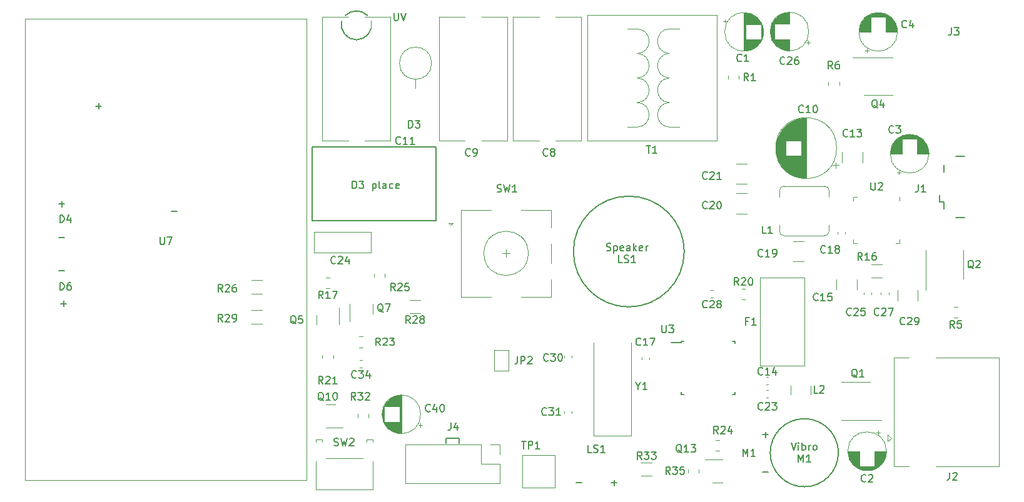
<source format=gbr>
%TF.GenerationSoftware,KiCad,Pcbnew,6.0.10-86aedd382b~118~ubuntu22.04.1*%
%TF.CreationDate,2023-01-15T12:46:15+03:00*%
%TF.ProjectId,xray,78726179-2e6b-4696-9361-645f70636258,rev?*%
%TF.SameCoordinates,Original*%
%TF.FileFunction,Legend,Top*%
%TF.FilePolarity,Positive*%
%FSLAX46Y46*%
G04 Gerber Fmt 4.6, Leading zero omitted, Abs format (unit mm)*
G04 Created by KiCad (PCBNEW 6.0.10-86aedd382b~118~ubuntu22.04.1) date 2023-01-15 12:46:15*
%MOMM*%
%LPD*%
G01*
G04 APERTURE LIST*
%ADD10C,0.150000*%
%ADD11C,0.120000*%
G04 APERTURE END LIST*
D10*
X99857142Y-99252380D02*
X99857142Y-98252380D01*
X100095238Y-98252380D01*
X100238095Y-98300000D01*
X100333333Y-98395238D01*
X100380952Y-98490476D01*
X100428571Y-98680952D01*
X100428571Y-98823809D01*
X100380952Y-99014285D01*
X100333333Y-99109523D01*
X100238095Y-99204761D01*
X100095238Y-99252380D01*
X99857142Y-99252380D01*
X100761904Y-98252380D02*
X101380952Y-98252380D01*
X101047619Y-98633333D01*
X101190476Y-98633333D01*
X101285714Y-98680952D01*
X101333333Y-98728571D01*
X101380952Y-98823809D01*
X101380952Y-99061904D01*
X101333333Y-99157142D01*
X101285714Y-99204761D01*
X101190476Y-99252380D01*
X100904761Y-99252380D01*
X100809523Y-99204761D01*
X100761904Y-99157142D01*
X102571428Y-98585714D02*
X102571428Y-99585714D01*
X102571428Y-98633333D02*
X102666666Y-98585714D01*
X102857142Y-98585714D01*
X102952380Y-98633333D01*
X103000000Y-98680952D01*
X103047619Y-98776190D01*
X103047619Y-99061904D01*
X103000000Y-99157142D01*
X102952380Y-99204761D01*
X102857142Y-99252380D01*
X102666666Y-99252380D01*
X102571428Y-99204761D01*
X103619047Y-99252380D02*
X103523809Y-99204761D01*
X103476190Y-99109523D01*
X103476190Y-98252380D01*
X104428571Y-99252380D02*
X104428571Y-98728571D01*
X104380952Y-98633333D01*
X104285714Y-98585714D01*
X104095238Y-98585714D01*
X104000000Y-98633333D01*
X104428571Y-99204761D02*
X104333333Y-99252380D01*
X104095238Y-99252380D01*
X104000000Y-99204761D01*
X103952380Y-99109523D01*
X103952380Y-99014285D01*
X104000000Y-98919047D01*
X104095238Y-98871428D01*
X104333333Y-98871428D01*
X104428571Y-98823809D01*
X105333333Y-99204761D02*
X105238095Y-99252380D01*
X105047619Y-99252380D01*
X104952380Y-99204761D01*
X104904761Y-99157142D01*
X104857142Y-99061904D01*
X104857142Y-98776190D01*
X104904761Y-98680952D01*
X104952380Y-98633333D01*
X105047619Y-98585714D01*
X105238095Y-98585714D01*
X105333333Y-98633333D01*
X106142857Y-99204761D02*
X106047619Y-99252380D01*
X105857142Y-99252380D01*
X105761904Y-99204761D01*
X105714285Y-99109523D01*
X105714285Y-98728571D01*
X105761904Y-98633333D01*
X105857142Y-98585714D01*
X106047619Y-98585714D01*
X106142857Y-98633333D01*
X106190476Y-98728571D01*
X106190476Y-98823809D01*
X105714285Y-98919047D01*
X94400000Y-93600000D02*
X111200000Y-93600000D01*
X111200000Y-93600000D02*
X111200000Y-103600000D01*
X111200000Y-103600000D02*
X94400000Y-103600000D01*
X94400000Y-103600000D02*
X94400000Y-93600000D01*
X144760000Y-107790000D02*
G75*
G03*
X144760000Y-107790000I-7500000J0D01*
G01*
X112510000Y-133790000D02*
X112510000Y-133040000D01*
X165619772Y-135040000D02*
G75*
G03*
X165619772Y-135040000I-4609772J0D01*
G01*
X98400001Y-76600000D02*
G75*
G03*
X102399999Y-76600000I1999999J-466368D01*
G01*
X112510000Y-133040000D02*
X114260000Y-133040000D01*
X101900000Y-75821320D02*
G75*
G03*
X98900000Y-75821320I-1500000J-1500001D01*
G01*
X114260000Y-133040000D02*
X114260000Y-133790000D01*
X60129047Y-101361428D02*
X60890952Y-101361428D01*
X60510000Y-101742380D02*
X60510000Y-100980476D01*
X60129047Y-110361428D02*
X60890952Y-110361428D01*
X130129047Y-139111428D02*
X130890952Y-139111428D01*
X60129047Y-105861428D02*
X60890952Y-105861428D01*
X105485714Y-75492380D02*
X105485714Y-76301904D01*
X105533333Y-76397142D01*
X105580952Y-76444761D01*
X105676190Y-76492380D01*
X105866666Y-76492380D01*
X105961904Y-76444761D01*
X106009523Y-76397142D01*
X106057142Y-76301904D01*
X106057142Y-75492380D01*
X106390476Y-75492380D02*
X106723809Y-76492380D01*
X107057142Y-75492380D01*
X76140952Y-102361428D02*
X75379047Y-102361428D01*
X65129047Y-88111428D02*
X65890952Y-88111428D01*
X65510000Y-88492380D02*
X65510000Y-87730476D01*
X134238095Y-107639761D02*
X134380952Y-107687380D01*
X134619047Y-107687380D01*
X134714285Y-107639761D01*
X134761904Y-107592142D01*
X134809523Y-107496904D01*
X134809523Y-107401666D01*
X134761904Y-107306428D01*
X134714285Y-107258809D01*
X134619047Y-107211190D01*
X134428571Y-107163571D01*
X134333333Y-107115952D01*
X134285714Y-107068333D01*
X134238095Y-106973095D01*
X134238095Y-106877857D01*
X134285714Y-106782619D01*
X134333333Y-106735000D01*
X134428571Y-106687380D01*
X134666666Y-106687380D01*
X134809523Y-106735000D01*
X135238095Y-107020714D02*
X135238095Y-108020714D01*
X135238095Y-107068333D02*
X135333333Y-107020714D01*
X135523809Y-107020714D01*
X135619047Y-107068333D01*
X135666666Y-107115952D01*
X135714285Y-107211190D01*
X135714285Y-107496904D01*
X135666666Y-107592142D01*
X135619047Y-107639761D01*
X135523809Y-107687380D01*
X135333333Y-107687380D01*
X135238095Y-107639761D01*
X136523809Y-107639761D02*
X136428571Y-107687380D01*
X136238095Y-107687380D01*
X136142857Y-107639761D01*
X136095238Y-107544523D01*
X136095238Y-107163571D01*
X136142857Y-107068333D01*
X136238095Y-107020714D01*
X136428571Y-107020714D01*
X136523809Y-107068333D01*
X136571428Y-107163571D01*
X136571428Y-107258809D01*
X136095238Y-107354047D01*
X137428571Y-107687380D02*
X137428571Y-107163571D01*
X137380952Y-107068333D01*
X137285714Y-107020714D01*
X137095238Y-107020714D01*
X137000000Y-107068333D01*
X137428571Y-107639761D02*
X137333333Y-107687380D01*
X137095238Y-107687380D01*
X137000000Y-107639761D01*
X136952380Y-107544523D01*
X136952380Y-107449285D01*
X137000000Y-107354047D01*
X137095238Y-107306428D01*
X137333333Y-107306428D01*
X137428571Y-107258809D01*
X137904761Y-107687380D02*
X137904761Y-106687380D01*
X138000000Y-107306428D02*
X138285714Y-107687380D01*
X138285714Y-107020714D02*
X137904761Y-107401666D01*
X139095238Y-107639761D02*
X139000000Y-107687380D01*
X138809523Y-107687380D01*
X138714285Y-107639761D01*
X138666666Y-107544523D01*
X138666666Y-107163571D01*
X138714285Y-107068333D01*
X138809523Y-107020714D01*
X139000000Y-107020714D01*
X139095238Y-107068333D01*
X139142857Y-107163571D01*
X139142857Y-107258809D01*
X138666666Y-107354047D01*
X139571428Y-107687380D02*
X139571428Y-107020714D01*
X139571428Y-107211190D02*
X139619047Y-107115952D01*
X139666666Y-107068333D01*
X139761904Y-107020714D01*
X139857142Y-107020714D01*
X136357142Y-109297380D02*
X135880952Y-109297380D01*
X135880952Y-108297380D01*
X136642857Y-109249761D02*
X136785714Y-109297380D01*
X137023809Y-109297380D01*
X137119047Y-109249761D01*
X137166666Y-109202142D01*
X137214285Y-109106904D01*
X137214285Y-109011666D01*
X137166666Y-108916428D01*
X137119047Y-108868809D01*
X137023809Y-108821190D01*
X136833333Y-108773571D01*
X136738095Y-108725952D01*
X136690476Y-108678333D01*
X136642857Y-108583095D01*
X136642857Y-108487857D01*
X136690476Y-108392619D01*
X136738095Y-108345000D01*
X136833333Y-108297380D01*
X137071428Y-108297380D01*
X137214285Y-108345000D01*
X138166666Y-109297380D02*
X137595238Y-109297380D01*
X137880952Y-109297380D02*
X137880952Y-108297380D01*
X137785714Y-108440238D01*
X137690476Y-108535476D01*
X137595238Y-108583095D01*
X155379047Y-137611428D02*
X156140952Y-137611428D01*
X159224285Y-133687380D02*
X159557619Y-134687380D01*
X159890952Y-133687380D01*
X160224285Y-134687380D02*
X160224285Y-134020714D01*
X160224285Y-133687380D02*
X160176666Y-133735000D01*
X160224285Y-133782619D01*
X160271904Y-133735000D01*
X160224285Y-133687380D01*
X160224285Y-133782619D01*
X160700476Y-134687380D02*
X160700476Y-133687380D01*
X160700476Y-134068333D02*
X160795714Y-134020714D01*
X160986190Y-134020714D01*
X161081428Y-134068333D01*
X161129047Y-134115952D01*
X161176666Y-134211190D01*
X161176666Y-134496904D01*
X161129047Y-134592142D01*
X161081428Y-134639761D01*
X160986190Y-134687380D01*
X160795714Y-134687380D01*
X160700476Y-134639761D01*
X161605238Y-134687380D02*
X161605238Y-134020714D01*
X161605238Y-134211190D02*
X161652857Y-134115952D01*
X161700476Y-134068333D01*
X161795714Y-134020714D01*
X161890952Y-134020714D01*
X162367142Y-134687380D02*
X162271904Y-134639761D01*
X162224285Y-134592142D01*
X162176666Y-134496904D01*
X162176666Y-134211190D01*
X162224285Y-134115952D01*
X162271904Y-134068333D01*
X162367142Y-134020714D01*
X162510000Y-134020714D01*
X162605238Y-134068333D01*
X162652857Y-134115952D01*
X162700476Y-134211190D01*
X162700476Y-134496904D01*
X162652857Y-134592142D01*
X162605238Y-134639761D01*
X162510000Y-134687380D01*
X162367142Y-134687380D01*
X160200476Y-136297380D02*
X160200476Y-135297380D01*
X160533809Y-136011666D01*
X160867142Y-135297380D01*
X160867142Y-136297380D01*
X161867142Y-136297380D02*
X161295714Y-136297380D01*
X161581428Y-136297380D02*
X161581428Y-135297380D01*
X161486190Y-135440238D01*
X161390952Y-135535476D01*
X161295714Y-135583095D01*
X155379047Y-132611428D02*
X156140952Y-132611428D01*
X155760000Y-132992380D02*
X155760000Y-132230476D01*
X60379047Y-114861428D02*
X61140952Y-114861428D01*
X60760000Y-115242380D02*
X60760000Y-114480476D01*
X134879047Y-139111428D02*
X135640952Y-139111428D01*
X135260000Y-139492380D02*
X135260000Y-138730476D01*
%TO.C,C2*%
X169343333Y-138897142D02*
X169295714Y-138944761D01*
X169152857Y-138992380D01*
X169057619Y-138992380D01*
X168914761Y-138944761D01*
X168819523Y-138849523D01*
X168771904Y-138754285D01*
X168724285Y-138563809D01*
X168724285Y-138420952D01*
X168771904Y-138230476D01*
X168819523Y-138135238D01*
X168914761Y-138040000D01*
X169057619Y-137992380D01*
X169152857Y-137992380D01*
X169295714Y-138040000D01*
X169343333Y-138087619D01*
X169724285Y-138087619D02*
X169771904Y-138040000D01*
X169867142Y-137992380D01*
X170105238Y-137992380D01*
X170200476Y-138040000D01*
X170248095Y-138087619D01*
X170295714Y-138182857D01*
X170295714Y-138278095D01*
X170248095Y-138420952D01*
X169676666Y-138992380D01*
X170295714Y-138992380D01*
%TO.C,C31*%
X126107142Y-129857142D02*
X126059523Y-129904761D01*
X125916666Y-129952380D01*
X125821428Y-129952380D01*
X125678571Y-129904761D01*
X125583333Y-129809523D01*
X125535714Y-129714285D01*
X125488095Y-129523809D01*
X125488095Y-129380952D01*
X125535714Y-129190476D01*
X125583333Y-129095238D01*
X125678571Y-129000000D01*
X125821428Y-128952380D01*
X125916666Y-128952380D01*
X126059523Y-129000000D01*
X126107142Y-129047619D01*
X126440476Y-128952380D02*
X127059523Y-128952380D01*
X126726190Y-129333333D01*
X126869047Y-129333333D01*
X126964285Y-129380952D01*
X127011904Y-129428571D01*
X127059523Y-129523809D01*
X127059523Y-129761904D01*
X127011904Y-129857142D01*
X126964285Y-129904761D01*
X126869047Y-129952380D01*
X126583333Y-129952380D01*
X126488095Y-129904761D01*
X126440476Y-129857142D01*
X128011904Y-129952380D02*
X127440476Y-129952380D01*
X127726190Y-129952380D02*
X127726190Y-128952380D01*
X127630952Y-129095238D01*
X127535714Y-129190476D01*
X127440476Y-129238095D01*
%TO.C,R23*%
X103617142Y-120492380D02*
X103283809Y-120016190D01*
X103045714Y-120492380D02*
X103045714Y-119492380D01*
X103426666Y-119492380D01*
X103521904Y-119540000D01*
X103569523Y-119587619D01*
X103617142Y-119682857D01*
X103617142Y-119825714D01*
X103569523Y-119920952D01*
X103521904Y-119968571D01*
X103426666Y-120016190D01*
X103045714Y-120016190D01*
X103998095Y-119587619D02*
X104045714Y-119540000D01*
X104140952Y-119492380D01*
X104379047Y-119492380D01*
X104474285Y-119540000D01*
X104521904Y-119587619D01*
X104569523Y-119682857D01*
X104569523Y-119778095D01*
X104521904Y-119920952D01*
X103950476Y-120492380D01*
X104569523Y-120492380D01*
X104902857Y-119492380D02*
X105521904Y-119492380D01*
X105188571Y-119873333D01*
X105331428Y-119873333D01*
X105426666Y-119920952D01*
X105474285Y-119968571D01*
X105521904Y-120063809D01*
X105521904Y-120301904D01*
X105474285Y-120397142D01*
X105426666Y-120444761D01*
X105331428Y-120492380D01*
X105045714Y-120492380D01*
X104950476Y-120444761D01*
X104902857Y-120397142D01*
%TO.C,U2*%
X170038095Y-98452380D02*
X170038095Y-99261904D01*
X170085714Y-99357142D01*
X170133333Y-99404761D01*
X170228571Y-99452380D01*
X170419047Y-99452380D01*
X170514285Y-99404761D01*
X170561904Y-99357142D01*
X170609523Y-99261904D01*
X170609523Y-98452380D01*
X171038095Y-98547619D02*
X171085714Y-98500000D01*
X171180952Y-98452380D01*
X171419047Y-98452380D01*
X171514285Y-98500000D01*
X171561904Y-98547619D01*
X171609523Y-98642857D01*
X171609523Y-98738095D01*
X171561904Y-98880952D01*
X170990476Y-99452380D01*
X171609523Y-99452380D01*
%TO.C,C13*%
X166867142Y-92147142D02*
X166819523Y-92194761D01*
X166676666Y-92242380D01*
X166581428Y-92242380D01*
X166438571Y-92194761D01*
X166343333Y-92099523D01*
X166295714Y-92004285D01*
X166248095Y-91813809D01*
X166248095Y-91670952D01*
X166295714Y-91480476D01*
X166343333Y-91385238D01*
X166438571Y-91290000D01*
X166581428Y-91242380D01*
X166676666Y-91242380D01*
X166819523Y-91290000D01*
X166867142Y-91337619D01*
X167819523Y-92242380D02*
X167248095Y-92242380D01*
X167533809Y-92242380D02*
X167533809Y-91242380D01*
X167438571Y-91385238D01*
X167343333Y-91480476D01*
X167248095Y-91528095D01*
X168152857Y-91242380D02*
X168771904Y-91242380D01*
X168438571Y-91623333D01*
X168581428Y-91623333D01*
X168676666Y-91670952D01*
X168724285Y-91718571D01*
X168771904Y-91813809D01*
X168771904Y-92051904D01*
X168724285Y-92147142D01*
X168676666Y-92194761D01*
X168581428Y-92242380D01*
X168295714Y-92242380D01*
X168200476Y-92194761D01*
X168152857Y-92147142D01*
%TO.C,C23*%
X155367142Y-129147142D02*
X155319523Y-129194761D01*
X155176666Y-129242380D01*
X155081428Y-129242380D01*
X154938571Y-129194761D01*
X154843333Y-129099523D01*
X154795714Y-129004285D01*
X154748095Y-128813809D01*
X154748095Y-128670952D01*
X154795714Y-128480476D01*
X154843333Y-128385238D01*
X154938571Y-128290000D01*
X155081428Y-128242380D01*
X155176666Y-128242380D01*
X155319523Y-128290000D01*
X155367142Y-128337619D01*
X155748095Y-128337619D02*
X155795714Y-128290000D01*
X155890952Y-128242380D01*
X156129047Y-128242380D01*
X156224285Y-128290000D01*
X156271904Y-128337619D01*
X156319523Y-128432857D01*
X156319523Y-128528095D01*
X156271904Y-128670952D01*
X155700476Y-129242380D01*
X156319523Y-129242380D01*
X156652857Y-128242380D02*
X157271904Y-128242380D01*
X156938571Y-128623333D01*
X157081428Y-128623333D01*
X157176666Y-128670952D01*
X157224285Y-128718571D01*
X157271904Y-128813809D01*
X157271904Y-129051904D01*
X157224285Y-129147142D01*
X157176666Y-129194761D01*
X157081428Y-129242380D01*
X156795714Y-129242380D01*
X156700476Y-129194761D01*
X156652857Y-129147142D01*
%TO.C,R25*%
X105617142Y-113092380D02*
X105283809Y-112616190D01*
X105045714Y-113092380D02*
X105045714Y-112092380D01*
X105426666Y-112092380D01*
X105521904Y-112140000D01*
X105569523Y-112187619D01*
X105617142Y-112282857D01*
X105617142Y-112425714D01*
X105569523Y-112520952D01*
X105521904Y-112568571D01*
X105426666Y-112616190D01*
X105045714Y-112616190D01*
X105998095Y-112187619D02*
X106045714Y-112140000D01*
X106140952Y-112092380D01*
X106379047Y-112092380D01*
X106474285Y-112140000D01*
X106521904Y-112187619D01*
X106569523Y-112282857D01*
X106569523Y-112378095D01*
X106521904Y-112520952D01*
X105950476Y-113092380D01*
X106569523Y-113092380D01*
X107474285Y-112092380D02*
X106998095Y-112092380D01*
X106950476Y-112568571D01*
X106998095Y-112520952D01*
X107093333Y-112473333D01*
X107331428Y-112473333D01*
X107426666Y-112520952D01*
X107474285Y-112568571D01*
X107521904Y-112663809D01*
X107521904Y-112901904D01*
X107474285Y-112997142D01*
X107426666Y-113044761D01*
X107331428Y-113092380D01*
X107093333Y-113092380D01*
X106998095Y-113044761D01*
X106950476Y-112997142D01*
%TO.C,C26*%
X158357142Y-82357142D02*
X158309523Y-82404761D01*
X158166666Y-82452380D01*
X158071428Y-82452380D01*
X157928571Y-82404761D01*
X157833333Y-82309523D01*
X157785714Y-82214285D01*
X157738095Y-82023809D01*
X157738095Y-81880952D01*
X157785714Y-81690476D01*
X157833333Y-81595238D01*
X157928571Y-81500000D01*
X158071428Y-81452380D01*
X158166666Y-81452380D01*
X158309523Y-81500000D01*
X158357142Y-81547619D01*
X158738095Y-81547619D02*
X158785714Y-81500000D01*
X158880952Y-81452380D01*
X159119047Y-81452380D01*
X159214285Y-81500000D01*
X159261904Y-81547619D01*
X159309523Y-81642857D01*
X159309523Y-81738095D01*
X159261904Y-81880952D01*
X158690476Y-82452380D01*
X159309523Y-82452380D01*
X160166666Y-81452380D02*
X159976190Y-81452380D01*
X159880952Y-81500000D01*
X159833333Y-81547619D01*
X159738095Y-81690476D01*
X159690476Y-81880952D01*
X159690476Y-82261904D01*
X159738095Y-82357142D01*
X159785714Y-82404761D01*
X159880952Y-82452380D01*
X160071428Y-82452380D01*
X160166666Y-82404761D01*
X160214285Y-82357142D01*
X160261904Y-82261904D01*
X160261904Y-82023809D01*
X160214285Y-81928571D01*
X160166666Y-81880952D01*
X160071428Y-81833333D01*
X159880952Y-81833333D01*
X159785714Y-81880952D01*
X159738095Y-81928571D01*
X159690476Y-82023809D01*
%TO.C,R6*%
X164833333Y-83052380D02*
X164500000Y-82576190D01*
X164261904Y-83052380D02*
X164261904Y-82052380D01*
X164642857Y-82052380D01*
X164738095Y-82100000D01*
X164785714Y-82147619D01*
X164833333Y-82242857D01*
X164833333Y-82385714D01*
X164785714Y-82480952D01*
X164738095Y-82528571D01*
X164642857Y-82576190D01*
X164261904Y-82576190D01*
X165690476Y-82052380D02*
X165500000Y-82052380D01*
X165404761Y-82100000D01*
X165357142Y-82147619D01*
X165261904Y-82290476D01*
X165214285Y-82480952D01*
X165214285Y-82861904D01*
X165261904Y-82957142D01*
X165309523Y-83004761D01*
X165404761Y-83052380D01*
X165595238Y-83052380D01*
X165690476Y-83004761D01*
X165738095Y-82957142D01*
X165785714Y-82861904D01*
X165785714Y-82623809D01*
X165738095Y-82528571D01*
X165690476Y-82480952D01*
X165595238Y-82433333D01*
X165404761Y-82433333D01*
X165309523Y-82480952D01*
X165261904Y-82528571D01*
X165214285Y-82623809D01*
%TO.C,Q13*%
X144428571Y-135047619D02*
X144333333Y-135000000D01*
X144238095Y-134904761D01*
X144095238Y-134761904D01*
X144000000Y-134714285D01*
X143904761Y-134714285D01*
X143952380Y-134952380D02*
X143857142Y-134904761D01*
X143761904Y-134809523D01*
X143714285Y-134619047D01*
X143714285Y-134285714D01*
X143761904Y-134095238D01*
X143857142Y-134000000D01*
X143952380Y-133952380D01*
X144142857Y-133952380D01*
X144238095Y-134000000D01*
X144333333Y-134095238D01*
X144380952Y-134285714D01*
X144380952Y-134619047D01*
X144333333Y-134809523D01*
X144238095Y-134904761D01*
X144142857Y-134952380D01*
X143952380Y-134952380D01*
X145333333Y-134952380D02*
X144761904Y-134952380D01*
X145047619Y-134952380D02*
X145047619Y-133952380D01*
X144952380Y-134095238D01*
X144857142Y-134190476D01*
X144761904Y-134238095D01*
X145666666Y-133952380D02*
X146285714Y-133952380D01*
X145952380Y-134333333D01*
X146095238Y-134333333D01*
X146190476Y-134380952D01*
X146238095Y-134428571D01*
X146285714Y-134523809D01*
X146285714Y-134761904D01*
X146238095Y-134857142D01*
X146190476Y-134904761D01*
X146095238Y-134952380D01*
X145809523Y-134952380D01*
X145714285Y-134904761D01*
X145666666Y-134857142D01*
%TO.C,Q2*%
X183904761Y-110087619D02*
X183809523Y-110040000D01*
X183714285Y-109944761D01*
X183571428Y-109801904D01*
X183476190Y-109754285D01*
X183380952Y-109754285D01*
X183428571Y-109992380D02*
X183333333Y-109944761D01*
X183238095Y-109849523D01*
X183190476Y-109659047D01*
X183190476Y-109325714D01*
X183238095Y-109135238D01*
X183333333Y-109040000D01*
X183428571Y-108992380D01*
X183619047Y-108992380D01*
X183714285Y-109040000D01*
X183809523Y-109135238D01*
X183857142Y-109325714D01*
X183857142Y-109659047D01*
X183809523Y-109849523D01*
X183714285Y-109944761D01*
X183619047Y-109992380D01*
X183428571Y-109992380D01*
X184238095Y-109087619D02*
X184285714Y-109040000D01*
X184380952Y-108992380D01*
X184619047Y-108992380D01*
X184714285Y-109040000D01*
X184761904Y-109087619D01*
X184809523Y-109182857D01*
X184809523Y-109278095D01*
X184761904Y-109420952D01*
X184190476Y-109992380D01*
X184809523Y-109992380D01*
%TO.C,C29*%
X174607142Y-117607142D02*
X174559523Y-117654761D01*
X174416666Y-117702380D01*
X174321428Y-117702380D01*
X174178571Y-117654761D01*
X174083333Y-117559523D01*
X174035714Y-117464285D01*
X173988095Y-117273809D01*
X173988095Y-117130952D01*
X174035714Y-116940476D01*
X174083333Y-116845238D01*
X174178571Y-116750000D01*
X174321428Y-116702380D01*
X174416666Y-116702380D01*
X174559523Y-116750000D01*
X174607142Y-116797619D01*
X174988095Y-116797619D02*
X175035714Y-116750000D01*
X175130952Y-116702380D01*
X175369047Y-116702380D01*
X175464285Y-116750000D01*
X175511904Y-116797619D01*
X175559523Y-116892857D01*
X175559523Y-116988095D01*
X175511904Y-117130952D01*
X174940476Y-117702380D01*
X175559523Y-117702380D01*
X176035714Y-117702380D02*
X176226190Y-117702380D01*
X176321428Y-117654761D01*
X176369047Y-117607142D01*
X176464285Y-117464285D01*
X176511904Y-117273809D01*
X176511904Y-116892857D01*
X176464285Y-116797619D01*
X176416666Y-116750000D01*
X176321428Y-116702380D01*
X176130952Y-116702380D01*
X176035714Y-116750000D01*
X175988095Y-116797619D01*
X175940476Y-116892857D01*
X175940476Y-117130952D01*
X175988095Y-117226190D01*
X176035714Y-117273809D01*
X176130952Y-117321428D01*
X176321428Y-117321428D01*
X176416666Y-117273809D01*
X176464285Y-117226190D01*
X176511904Y-117130952D01*
%TO.C,R1*%
X153433333Y-84652380D02*
X153100000Y-84176190D01*
X152861904Y-84652380D02*
X152861904Y-83652380D01*
X153242857Y-83652380D01*
X153338095Y-83700000D01*
X153385714Y-83747619D01*
X153433333Y-83842857D01*
X153433333Y-83985714D01*
X153385714Y-84080952D01*
X153338095Y-84128571D01*
X153242857Y-84176190D01*
X152861904Y-84176190D01*
X154385714Y-84652380D02*
X153814285Y-84652380D01*
X154100000Y-84652380D02*
X154100000Y-83652380D01*
X154004761Y-83795238D01*
X153909523Y-83890476D01*
X153814285Y-83938095D01*
%TO.C,JP2*%
X122176666Y-122017380D02*
X122176666Y-122731666D01*
X122129047Y-122874523D01*
X122033809Y-122969761D01*
X121890952Y-123017380D01*
X121795714Y-123017380D01*
X122652857Y-123017380D02*
X122652857Y-122017380D01*
X123033809Y-122017380D01*
X123129047Y-122065000D01*
X123176666Y-122112619D01*
X123224285Y-122207857D01*
X123224285Y-122350714D01*
X123176666Y-122445952D01*
X123129047Y-122493571D01*
X123033809Y-122541190D01*
X122652857Y-122541190D01*
X123605238Y-122112619D02*
X123652857Y-122065000D01*
X123748095Y-122017380D01*
X123986190Y-122017380D01*
X124081428Y-122065000D01*
X124129047Y-122112619D01*
X124176666Y-122207857D01*
X124176666Y-122303095D01*
X124129047Y-122445952D01*
X123557619Y-123017380D01*
X124176666Y-123017380D01*
%TO.C,C15*%
X162857142Y-114357142D02*
X162809523Y-114404761D01*
X162666666Y-114452380D01*
X162571428Y-114452380D01*
X162428571Y-114404761D01*
X162333333Y-114309523D01*
X162285714Y-114214285D01*
X162238095Y-114023809D01*
X162238095Y-113880952D01*
X162285714Y-113690476D01*
X162333333Y-113595238D01*
X162428571Y-113500000D01*
X162571428Y-113452380D01*
X162666666Y-113452380D01*
X162809523Y-113500000D01*
X162857142Y-113547619D01*
X163809523Y-114452380D02*
X163238095Y-114452380D01*
X163523809Y-114452380D02*
X163523809Y-113452380D01*
X163428571Y-113595238D01*
X163333333Y-113690476D01*
X163238095Y-113738095D01*
X164714285Y-113452380D02*
X164238095Y-113452380D01*
X164190476Y-113928571D01*
X164238095Y-113880952D01*
X164333333Y-113833333D01*
X164571428Y-113833333D01*
X164666666Y-113880952D01*
X164714285Y-113928571D01*
X164761904Y-114023809D01*
X164761904Y-114261904D01*
X164714285Y-114357142D01*
X164666666Y-114404761D01*
X164571428Y-114452380D01*
X164333333Y-114452380D01*
X164238095Y-114404761D01*
X164190476Y-114357142D01*
%TO.C,C14*%
X155367142Y-124397142D02*
X155319523Y-124444761D01*
X155176666Y-124492380D01*
X155081428Y-124492380D01*
X154938571Y-124444761D01*
X154843333Y-124349523D01*
X154795714Y-124254285D01*
X154748095Y-124063809D01*
X154748095Y-123920952D01*
X154795714Y-123730476D01*
X154843333Y-123635238D01*
X154938571Y-123540000D01*
X155081428Y-123492380D01*
X155176666Y-123492380D01*
X155319523Y-123540000D01*
X155367142Y-123587619D01*
X156319523Y-124492380D02*
X155748095Y-124492380D01*
X156033809Y-124492380D02*
X156033809Y-123492380D01*
X155938571Y-123635238D01*
X155843333Y-123730476D01*
X155748095Y-123778095D01*
X157176666Y-123825714D02*
X157176666Y-124492380D01*
X156938571Y-123444761D02*
X156700476Y-124159047D01*
X157319523Y-124159047D01*
%TO.C,C19*%
X155367142Y-108397142D02*
X155319523Y-108444761D01*
X155176666Y-108492380D01*
X155081428Y-108492380D01*
X154938571Y-108444761D01*
X154843333Y-108349523D01*
X154795714Y-108254285D01*
X154748095Y-108063809D01*
X154748095Y-107920952D01*
X154795714Y-107730476D01*
X154843333Y-107635238D01*
X154938571Y-107540000D01*
X155081428Y-107492380D01*
X155176666Y-107492380D01*
X155319523Y-107540000D01*
X155367142Y-107587619D01*
X156319523Y-108492380D02*
X155748095Y-108492380D01*
X156033809Y-108492380D02*
X156033809Y-107492380D01*
X155938571Y-107635238D01*
X155843333Y-107730476D01*
X155748095Y-107778095D01*
X156795714Y-108492380D02*
X156986190Y-108492380D01*
X157081428Y-108444761D01*
X157129047Y-108397142D01*
X157224285Y-108254285D01*
X157271904Y-108063809D01*
X157271904Y-107682857D01*
X157224285Y-107587619D01*
X157176666Y-107540000D01*
X157081428Y-107492380D01*
X156890952Y-107492380D01*
X156795714Y-107540000D01*
X156748095Y-107587619D01*
X156700476Y-107682857D01*
X156700476Y-107920952D01*
X156748095Y-108016190D01*
X156795714Y-108063809D01*
X156890952Y-108111428D01*
X157081428Y-108111428D01*
X157176666Y-108063809D01*
X157224285Y-108016190D01*
X157271904Y-107920952D01*
%TO.C,C18*%
X163867142Y-107897142D02*
X163819523Y-107944761D01*
X163676666Y-107992380D01*
X163581428Y-107992380D01*
X163438571Y-107944761D01*
X163343333Y-107849523D01*
X163295714Y-107754285D01*
X163248095Y-107563809D01*
X163248095Y-107420952D01*
X163295714Y-107230476D01*
X163343333Y-107135238D01*
X163438571Y-107040000D01*
X163581428Y-106992380D01*
X163676666Y-106992380D01*
X163819523Y-107040000D01*
X163867142Y-107087619D01*
X164819523Y-107992380D02*
X164248095Y-107992380D01*
X164533809Y-107992380D02*
X164533809Y-106992380D01*
X164438571Y-107135238D01*
X164343333Y-107230476D01*
X164248095Y-107278095D01*
X165390952Y-107420952D02*
X165295714Y-107373333D01*
X165248095Y-107325714D01*
X165200476Y-107230476D01*
X165200476Y-107182857D01*
X165248095Y-107087619D01*
X165295714Y-107040000D01*
X165390952Y-106992380D01*
X165581428Y-106992380D01*
X165676666Y-107040000D01*
X165724285Y-107087619D01*
X165771904Y-107182857D01*
X165771904Y-107230476D01*
X165724285Y-107325714D01*
X165676666Y-107373333D01*
X165581428Y-107420952D01*
X165390952Y-107420952D01*
X165295714Y-107468571D01*
X165248095Y-107516190D01*
X165200476Y-107611428D01*
X165200476Y-107801904D01*
X165248095Y-107897142D01*
X165295714Y-107944761D01*
X165390952Y-107992380D01*
X165581428Y-107992380D01*
X165676666Y-107944761D01*
X165724285Y-107897142D01*
X165771904Y-107801904D01*
X165771904Y-107611428D01*
X165724285Y-107516190D01*
X165676666Y-107468571D01*
X165581428Y-107420952D01*
%TO.C,C21*%
X147867142Y-97897142D02*
X147819523Y-97944761D01*
X147676666Y-97992380D01*
X147581428Y-97992380D01*
X147438571Y-97944761D01*
X147343333Y-97849523D01*
X147295714Y-97754285D01*
X147248095Y-97563809D01*
X147248095Y-97420952D01*
X147295714Y-97230476D01*
X147343333Y-97135238D01*
X147438571Y-97040000D01*
X147581428Y-96992380D01*
X147676666Y-96992380D01*
X147819523Y-97040000D01*
X147867142Y-97087619D01*
X148248095Y-97087619D02*
X148295714Y-97040000D01*
X148390952Y-96992380D01*
X148629047Y-96992380D01*
X148724285Y-97040000D01*
X148771904Y-97087619D01*
X148819523Y-97182857D01*
X148819523Y-97278095D01*
X148771904Y-97420952D01*
X148200476Y-97992380D01*
X148819523Y-97992380D01*
X149771904Y-97992380D02*
X149200476Y-97992380D01*
X149486190Y-97992380D02*
X149486190Y-96992380D01*
X149390952Y-97135238D01*
X149295714Y-97230476D01*
X149200476Y-97278095D01*
%TO.C,J4*%
X113176666Y-130992380D02*
X113176666Y-131706666D01*
X113129047Y-131849523D01*
X113033809Y-131944761D01*
X112890952Y-131992380D01*
X112795714Y-131992380D01*
X114081428Y-131325714D02*
X114081428Y-131992380D01*
X113843333Y-130944761D02*
X113605238Y-131659047D01*
X114224285Y-131659047D01*
%TO.C,C9*%
X115783333Y-94757142D02*
X115735714Y-94804761D01*
X115592857Y-94852380D01*
X115497619Y-94852380D01*
X115354761Y-94804761D01*
X115259523Y-94709523D01*
X115211904Y-94614285D01*
X115164285Y-94423809D01*
X115164285Y-94280952D01*
X115211904Y-94090476D01*
X115259523Y-93995238D01*
X115354761Y-93900000D01*
X115497619Y-93852380D01*
X115592857Y-93852380D01*
X115735714Y-93900000D01*
X115783333Y-93947619D01*
X116259523Y-94852380D02*
X116450000Y-94852380D01*
X116545238Y-94804761D01*
X116592857Y-94757142D01*
X116688095Y-94614285D01*
X116735714Y-94423809D01*
X116735714Y-94042857D01*
X116688095Y-93947619D01*
X116640476Y-93900000D01*
X116545238Y-93852380D01*
X116354761Y-93852380D01*
X116259523Y-93900000D01*
X116211904Y-93947619D01*
X116164285Y-94042857D01*
X116164285Y-94280952D01*
X116211904Y-94376190D01*
X116259523Y-94423809D01*
X116354761Y-94471428D01*
X116545238Y-94471428D01*
X116640476Y-94423809D01*
X116688095Y-94376190D01*
X116735714Y-94280952D01*
%TO.C,Q1*%
X168164761Y-124837619D02*
X168069523Y-124790000D01*
X167974285Y-124694761D01*
X167831428Y-124551904D01*
X167736190Y-124504285D01*
X167640952Y-124504285D01*
X167688571Y-124742380D02*
X167593333Y-124694761D01*
X167498095Y-124599523D01*
X167450476Y-124409047D01*
X167450476Y-124075714D01*
X167498095Y-123885238D01*
X167593333Y-123790000D01*
X167688571Y-123742380D01*
X167879047Y-123742380D01*
X167974285Y-123790000D01*
X168069523Y-123885238D01*
X168117142Y-124075714D01*
X168117142Y-124409047D01*
X168069523Y-124599523D01*
X167974285Y-124694761D01*
X167879047Y-124742380D01*
X167688571Y-124742380D01*
X169069523Y-124742380D02*
X168498095Y-124742380D01*
X168783809Y-124742380D02*
X168783809Y-123742380D01*
X168688571Y-123885238D01*
X168593333Y-123980476D01*
X168498095Y-124028095D01*
%TO.C,C17*%
X138867142Y-120397142D02*
X138819523Y-120444761D01*
X138676666Y-120492380D01*
X138581428Y-120492380D01*
X138438571Y-120444761D01*
X138343333Y-120349523D01*
X138295714Y-120254285D01*
X138248095Y-120063809D01*
X138248095Y-119920952D01*
X138295714Y-119730476D01*
X138343333Y-119635238D01*
X138438571Y-119540000D01*
X138581428Y-119492380D01*
X138676666Y-119492380D01*
X138819523Y-119540000D01*
X138867142Y-119587619D01*
X139819523Y-120492380D02*
X139248095Y-120492380D01*
X139533809Y-120492380D02*
X139533809Y-119492380D01*
X139438571Y-119635238D01*
X139343333Y-119730476D01*
X139248095Y-119778095D01*
X140152857Y-119492380D02*
X140819523Y-119492380D01*
X140390952Y-120492380D01*
%TO.C,C11*%
X106357142Y-93157142D02*
X106309523Y-93204761D01*
X106166666Y-93252380D01*
X106071428Y-93252380D01*
X105928571Y-93204761D01*
X105833333Y-93109523D01*
X105785714Y-93014285D01*
X105738095Y-92823809D01*
X105738095Y-92680952D01*
X105785714Y-92490476D01*
X105833333Y-92395238D01*
X105928571Y-92300000D01*
X106071428Y-92252380D01*
X106166666Y-92252380D01*
X106309523Y-92300000D01*
X106357142Y-92347619D01*
X107309523Y-93252380D02*
X106738095Y-93252380D01*
X107023809Y-93252380D02*
X107023809Y-92252380D01*
X106928571Y-92395238D01*
X106833333Y-92490476D01*
X106738095Y-92538095D01*
X108261904Y-93252380D02*
X107690476Y-93252380D01*
X107976190Y-93252380D02*
X107976190Y-92252380D01*
X107880952Y-92395238D01*
X107785714Y-92490476D01*
X107690476Y-92538095D01*
%TO.C,R29*%
X82267142Y-117292380D02*
X81933809Y-116816190D01*
X81695714Y-117292380D02*
X81695714Y-116292380D01*
X82076666Y-116292380D01*
X82171904Y-116340000D01*
X82219523Y-116387619D01*
X82267142Y-116482857D01*
X82267142Y-116625714D01*
X82219523Y-116720952D01*
X82171904Y-116768571D01*
X82076666Y-116816190D01*
X81695714Y-116816190D01*
X82648095Y-116387619D02*
X82695714Y-116340000D01*
X82790952Y-116292380D01*
X83029047Y-116292380D01*
X83124285Y-116340000D01*
X83171904Y-116387619D01*
X83219523Y-116482857D01*
X83219523Y-116578095D01*
X83171904Y-116720952D01*
X82600476Y-117292380D01*
X83219523Y-117292380D01*
X83695714Y-117292380D02*
X83886190Y-117292380D01*
X83981428Y-117244761D01*
X84029047Y-117197142D01*
X84124285Y-117054285D01*
X84171904Y-116863809D01*
X84171904Y-116482857D01*
X84124285Y-116387619D01*
X84076666Y-116340000D01*
X83981428Y-116292380D01*
X83790952Y-116292380D01*
X83695714Y-116340000D01*
X83648095Y-116387619D01*
X83600476Y-116482857D01*
X83600476Y-116720952D01*
X83648095Y-116816190D01*
X83695714Y-116863809D01*
X83790952Y-116911428D01*
X83981428Y-116911428D01*
X84076666Y-116863809D01*
X84124285Y-116816190D01*
X84171904Y-116720952D01*
%TO.C,M1*%
X152700476Y-135492380D02*
X152700476Y-134492380D01*
X153033809Y-135206666D01*
X153367142Y-134492380D01*
X153367142Y-135492380D01*
X154367142Y-135492380D02*
X153795714Y-135492380D01*
X154081428Y-135492380D02*
X154081428Y-134492380D01*
X153986190Y-134635238D01*
X153890952Y-134730476D01*
X153795714Y-134778095D01*
%TO.C,R5*%
X181343333Y-118142380D02*
X181010000Y-117666190D01*
X180771904Y-118142380D02*
X180771904Y-117142380D01*
X181152857Y-117142380D01*
X181248095Y-117190000D01*
X181295714Y-117237619D01*
X181343333Y-117332857D01*
X181343333Y-117475714D01*
X181295714Y-117570952D01*
X181248095Y-117618571D01*
X181152857Y-117666190D01*
X180771904Y-117666190D01*
X182248095Y-117142380D02*
X181771904Y-117142380D01*
X181724285Y-117618571D01*
X181771904Y-117570952D01*
X181867142Y-117523333D01*
X182105238Y-117523333D01*
X182200476Y-117570952D01*
X182248095Y-117618571D01*
X182295714Y-117713809D01*
X182295714Y-117951904D01*
X182248095Y-118047142D01*
X182200476Y-118094761D01*
X182105238Y-118142380D01*
X181867142Y-118142380D01*
X181771904Y-118094761D01*
X181724285Y-118047142D01*
%TO.C,U7*%
X73838095Y-105852380D02*
X73838095Y-106661904D01*
X73885714Y-106757142D01*
X73933333Y-106804761D01*
X74028571Y-106852380D01*
X74219047Y-106852380D01*
X74314285Y-106804761D01*
X74361904Y-106757142D01*
X74409523Y-106661904D01*
X74409523Y-105852380D01*
X74790476Y-105852380D02*
X75457142Y-105852380D01*
X75028571Y-106852380D01*
%TO.C,R26*%
X82267142Y-113252380D02*
X81933809Y-112776190D01*
X81695714Y-113252380D02*
X81695714Y-112252380D01*
X82076666Y-112252380D01*
X82171904Y-112300000D01*
X82219523Y-112347619D01*
X82267142Y-112442857D01*
X82267142Y-112585714D01*
X82219523Y-112680952D01*
X82171904Y-112728571D01*
X82076666Y-112776190D01*
X81695714Y-112776190D01*
X82648095Y-112347619D02*
X82695714Y-112300000D01*
X82790952Y-112252380D01*
X83029047Y-112252380D01*
X83124285Y-112300000D01*
X83171904Y-112347619D01*
X83219523Y-112442857D01*
X83219523Y-112538095D01*
X83171904Y-112680952D01*
X82600476Y-113252380D01*
X83219523Y-113252380D01*
X84076666Y-112252380D02*
X83886190Y-112252380D01*
X83790952Y-112300000D01*
X83743333Y-112347619D01*
X83648095Y-112490476D01*
X83600476Y-112680952D01*
X83600476Y-113061904D01*
X83648095Y-113157142D01*
X83695714Y-113204761D01*
X83790952Y-113252380D01*
X83981428Y-113252380D01*
X84076666Y-113204761D01*
X84124285Y-113157142D01*
X84171904Y-113061904D01*
X84171904Y-112823809D01*
X84124285Y-112728571D01*
X84076666Y-112680952D01*
X83981428Y-112633333D01*
X83790952Y-112633333D01*
X83695714Y-112680952D01*
X83648095Y-112728571D01*
X83600476Y-112823809D01*
%TO.C,SW1*%
X119426666Y-99694761D02*
X119569523Y-99742380D01*
X119807619Y-99742380D01*
X119902857Y-99694761D01*
X119950476Y-99647142D01*
X119998095Y-99551904D01*
X119998095Y-99456666D01*
X119950476Y-99361428D01*
X119902857Y-99313809D01*
X119807619Y-99266190D01*
X119617142Y-99218571D01*
X119521904Y-99170952D01*
X119474285Y-99123333D01*
X119426666Y-99028095D01*
X119426666Y-98932857D01*
X119474285Y-98837619D01*
X119521904Y-98790000D01*
X119617142Y-98742380D01*
X119855238Y-98742380D01*
X119998095Y-98790000D01*
X120331428Y-98742380D02*
X120569523Y-99742380D01*
X120760000Y-99028095D01*
X120950476Y-99742380D01*
X121188571Y-98742380D01*
X122093333Y-99742380D02*
X121521904Y-99742380D01*
X121807619Y-99742380D02*
X121807619Y-98742380D01*
X121712380Y-98885238D01*
X121617142Y-98980476D01*
X121521904Y-99028095D01*
%TO.C,C28*%
X147867142Y-115327142D02*
X147819523Y-115374761D01*
X147676666Y-115422380D01*
X147581428Y-115422380D01*
X147438571Y-115374761D01*
X147343333Y-115279523D01*
X147295714Y-115184285D01*
X147248095Y-114993809D01*
X147248095Y-114850952D01*
X147295714Y-114660476D01*
X147343333Y-114565238D01*
X147438571Y-114470000D01*
X147581428Y-114422380D01*
X147676666Y-114422380D01*
X147819523Y-114470000D01*
X147867142Y-114517619D01*
X148248095Y-114517619D02*
X148295714Y-114470000D01*
X148390952Y-114422380D01*
X148629047Y-114422380D01*
X148724285Y-114470000D01*
X148771904Y-114517619D01*
X148819523Y-114612857D01*
X148819523Y-114708095D01*
X148771904Y-114850952D01*
X148200476Y-115422380D01*
X148819523Y-115422380D01*
X149390952Y-114850952D02*
X149295714Y-114803333D01*
X149248095Y-114755714D01*
X149200476Y-114660476D01*
X149200476Y-114612857D01*
X149248095Y-114517619D01*
X149295714Y-114470000D01*
X149390952Y-114422380D01*
X149581428Y-114422380D01*
X149676666Y-114470000D01*
X149724285Y-114517619D01*
X149771904Y-114612857D01*
X149771904Y-114660476D01*
X149724285Y-114755714D01*
X149676666Y-114803333D01*
X149581428Y-114850952D01*
X149390952Y-114850952D01*
X149295714Y-114898571D01*
X149248095Y-114946190D01*
X149200476Y-115041428D01*
X149200476Y-115231904D01*
X149248095Y-115327142D01*
X149295714Y-115374761D01*
X149390952Y-115422380D01*
X149581428Y-115422380D01*
X149676666Y-115374761D01*
X149724285Y-115327142D01*
X149771904Y-115231904D01*
X149771904Y-115041428D01*
X149724285Y-114946190D01*
X149676666Y-114898571D01*
X149581428Y-114850952D01*
%TO.C,U3*%
X141748095Y-117792380D02*
X141748095Y-118601904D01*
X141795714Y-118697142D01*
X141843333Y-118744761D01*
X141938571Y-118792380D01*
X142129047Y-118792380D01*
X142224285Y-118744761D01*
X142271904Y-118697142D01*
X142319523Y-118601904D01*
X142319523Y-117792380D01*
X142700476Y-117792380D02*
X143319523Y-117792380D01*
X142986190Y-118173333D01*
X143129047Y-118173333D01*
X143224285Y-118220952D01*
X143271904Y-118268571D01*
X143319523Y-118363809D01*
X143319523Y-118601904D01*
X143271904Y-118697142D01*
X143224285Y-118744761D01*
X143129047Y-118792380D01*
X142843333Y-118792380D01*
X142748095Y-118744761D01*
X142700476Y-118697142D01*
%TO.C,LS1*%
X132217142Y-134992380D02*
X131740952Y-134992380D01*
X131740952Y-133992380D01*
X132502857Y-134944761D02*
X132645714Y-134992380D01*
X132883809Y-134992380D01*
X132979047Y-134944761D01*
X133026666Y-134897142D01*
X133074285Y-134801904D01*
X133074285Y-134706666D01*
X133026666Y-134611428D01*
X132979047Y-134563809D01*
X132883809Y-134516190D01*
X132693333Y-134468571D01*
X132598095Y-134420952D01*
X132550476Y-134373333D01*
X132502857Y-134278095D01*
X132502857Y-134182857D01*
X132550476Y-134087619D01*
X132598095Y-134040000D01*
X132693333Y-133992380D01*
X132931428Y-133992380D01*
X133074285Y-134040000D01*
X134026666Y-134992380D02*
X133455238Y-134992380D01*
X133740952Y-134992380D02*
X133740952Y-133992380D01*
X133645714Y-134135238D01*
X133550476Y-134230476D01*
X133455238Y-134278095D01*
%TO.C,J1*%
X176426666Y-98742380D02*
X176426666Y-99456666D01*
X176379047Y-99599523D01*
X176283809Y-99694761D01*
X176140952Y-99742380D01*
X176045714Y-99742380D01*
X177426666Y-99742380D02*
X176855238Y-99742380D01*
X177140952Y-99742380D02*
X177140952Y-98742380D01*
X177045714Y-98885238D01*
X176950476Y-98980476D01*
X176855238Y-99028095D01*
%TO.C,R20*%
X152117142Y-112342380D02*
X151783809Y-111866190D01*
X151545714Y-112342380D02*
X151545714Y-111342380D01*
X151926666Y-111342380D01*
X152021904Y-111390000D01*
X152069523Y-111437619D01*
X152117142Y-111532857D01*
X152117142Y-111675714D01*
X152069523Y-111770952D01*
X152021904Y-111818571D01*
X151926666Y-111866190D01*
X151545714Y-111866190D01*
X152498095Y-111437619D02*
X152545714Y-111390000D01*
X152640952Y-111342380D01*
X152879047Y-111342380D01*
X152974285Y-111390000D01*
X153021904Y-111437619D01*
X153069523Y-111532857D01*
X153069523Y-111628095D01*
X153021904Y-111770952D01*
X152450476Y-112342380D01*
X153069523Y-112342380D01*
X153688571Y-111342380D02*
X153783809Y-111342380D01*
X153879047Y-111390000D01*
X153926666Y-111437619D01*
X153974285Y-111532857D01*
X154021904Y-111723333D01*
X154021904Y-111961428D01*
X153974285Y-112151904D01*
X153926666Y-112247142D01*
X153879047Y-112294761D01*
X153783809Y-112342380D01*
X153688571Y-112342380D01*
X153593333Y-112294761D01*
X153545714Y-112247142D01*
X153498095Y-112151904D01*
X153450476Y-111961428D01*
X153450476Y-111723333D01*
X153498095Y-111532857D01*
X153545714Y-111437619D01*
X153593333Y-111390000D01*
X153688571Y-111342380D01*
%TO.C,TP1*%
X122748095Y-133492380D02*
X123319523Y-133492380D01*
X123033809Y-134492380D02*
X123033809Y-133492380D01*
X123652857Y-134492380D02*
X123652857Y-133492380D01*
X124033809Y-133492380D01*
X124129047Y-133540000D01*
X124176666Y-133587619D01*
X124224285Y-133682857D01*
X124224285Y-133825714D01*
X124176666Y-133920952D01*
X124129047Y-133968571D01*
X124033809Y-134016190D01*
X123652857Y-134016190D01*
X125176666Y-134492380D02*
X124605238Y-134492380D01*
X124890952Y-134492380D02*
X124890952Y-133492380D01*
X124795714Y-133635238D01*
X124700476Y-133730476D01*
X124605238Y-133778095D01*
%TO.C,C8*%
X126283333Y-94757142D02*
X126235714Y-94804761D01*
X126092857Y-94852380D01*
X125997619Y-94852380D01*
X125854761Y-94804761D01*
X125759523Y-94709523D01*
X125711904Y-94614285D01*
X125664285Y-94423809D01*
X125664285Y-94280952D01*
X125711904Y-94090476D01*
X125759523Y-93995238D01*
X125854761Y-93900000D01*
X125997619Y-93852380D01*
X126092857Y-93852380D01*
X126235714Y-93900000D01*
X126283333Y-93947619D01*
X126854761Y-94280952D02*
X126759523Y-94233333D01*
X126711904Y-94185714D01*
X126664285Y-94090476D01*
X126664285Y-94042857D01*
X126711904Y-93947619D01*
X126759523Y-93900000D01*
X126854761Y-93852380D01*
X127045238Y-93852380D01*
X127140476Y-93900000D01*
X127188095Y-93947619D01*
X127235714Y-94042857D01*
X127235714Y-94090476D01*
X127188095Y-94185714D01*
X127140476Y-94233333D01*
X127045238Y-94280952D01*
X126854761Y-94280952D01*
X126759523Y-94328571D01*
X126711904Y-94376190D01*
X126664285Y-94471428D01*
X126664285Y-94661904D01*
X126711904Y-94757142D01*
X126759523Y-94804761D01*
X126854761Y-94852380D01*
X127045238Y-94852380D01*
X127140476Y-94804761D01*
X127188095Y-94757142D01*
X127235714Y-94661904D01*
X127235714Y-94471428D01*
X127188095Y-94376190D01*
X127140476Y-94328571D01*
X127045238Y-94280952D01*
%TO.C,D4*%
X60261904Y-103852380D02*
X60261904Y-102852380D01*
X60500000Y-102852380D01*
X60642857Y-102900000D01*
X60738095Y-102995238D01*
X60785714Y-103090476D01*
X60833333Y-103280952D01*
X60833333Y-103423809D01*
X60785714Y-103614285D01*
X60738095Y-103709523D01*
X60642857Y-103804761D01*
X60500000Y-103852380D01*
X60261904Y-103852380D01*
X61690476Y-103185714D02*
X61690476Y-103852380D01*
X61452380Y-102804761D02*
X61214285Y-103519047D01*
X61833333Y-103519047D01*
%TO.C,C3*%
X173093333Y-91647142D02*
X173045714Y-91694761D01*
X172902857Y-91742380D01*
X172807619Y-91742380D01*
X172664761Y-91694761D01*
X172569523Y-91599523D01*
X172521904Y-91504285D01*
X172474285Y-91313809D01*
X172474285Y-91170952D01*
X172521904Y-90980476D01*
X172569523Y-90885238D01*
X172664761Y-90790000D01*
X172807619Y-90742380D01*
X172902857Y-90742380D01*
X173045714Y-90790000D01*
X173093333Y-90837619D01*
X173426666Y-90742380D02*
X174045714Y-90742380D01*
X173712380Y-91123333D01*
X173855238Y-91123333D01*
X173950476Y-91170952D01*
X173998095Y-91218571D01*
X174045714Y-91313809D01*
X174045714Y-91551904D01*
X173998095Y-91647142D01*
X173950476Y-91694761D01*
X173855238Y-91742380D01*
X173569523Y-91742380D01*
X173474285Y-91694761D01*
X173426666Y-91647142D01*
%TO.C,R17*%
X95867142Y-114142380D02*
X95533809Y-113666190D01*
X95295714Y-114142380D02*
X95295714Y-113142380D01*
X95676666Y-113142380D01*
X95771904Y-113190000D01*
X95819523Y-113237619D01*
X95867142Y-113332857D01*
X95867142Y-113475714D01*
X95819523Y-113570952D01*
X95771904Y-113618571D01*
X95676666Y-113666190D01*
X95295714Y-113666190D01*
X96819523Y-114142380D02*
X96248095Y-114142380D01*
X96533809Y-114142380D02*
X96533809Y-113142380D01*
X96438571Y-113285238D01*
X96343333Y-113380476D01*
X96248095Y-113428095D01*
X97152857Y-113142380D02*
X97819523Y-113142380D01*
X97390952Y-114142380D01*
%TO.C,R28*%
X107667142Y-117512380D02*
X107333809Y-117036190D01*
X107095714Y-117512380D02*
X107095714Y-116512380D01*
X107476666Y-116512380D01*
X107571904Y-116560000D01*
X107619523Y-116607619D01*
X107667142Y-116702857D01*
X107667142Y-116845714D01*
X107619523Y-116940952D01*
X107571904Y-116988571D01*
X107476666Y-117036190D01*
X107095714Y-117036190D01*
X108048095Y-116607619D02*
X108095714Y-116560000D01*
X108190952Y-116512380D01*
X108429047Y-116512380D01*
X108524285Y-116560000D01*
X108571904Y-116607619D01*
X108619523Y-116702857D01*
X108619523Y-116798095D01*
X108571904Y-116940952D01*
X108000476Y-117512380D01*
X108619523Y-117512380D01*
X109190952Y-116940952D02*
X109095714Y-116893333D01*
X109048095Y-116845714D01*
X109000476Y-116750476D01*
X109000476Y-116702857D01*
X109048095Y-116607619D01*
X109095714Y-116560000D01*
X109190952Y-116512380D01*
X109381428Y-116512380D01*
X109476666Y-116560000D01*
X109524285Y-116607619D01*
X109571904Y-116702857D01*
X109571904Y-116750476D01*
X109524285Y-116845714D01*
X109476666Y-116893333D01*
X109381428Y-116940952D01*
X109190952Y-116940952D01*
X109095714Y-116988571D01*
X109048095Y-117036190D01*
X109000476Y-117131428D01*
X109000476Y-117321904D01*
X109048095Y-117417142D01*
X109095714Y-117464761D01*
X109190952Y-117512380D01*
X109381428Y-117512380D01*
X109476666Y-117464761D01*
X109524285Y-117417142D01*
X109571904Y-117321904D01*
X109571904Y-117131428D01*
X109524285Y-117036190D01*
X109476666Y-116988571D01*
X109381428Y-116940952D01*
%TO.C,C10*%
X160867142Y-88897142D02*
X160819523Y-88944761D01*
X160676666Y-88992380D01*
X160581428Y-88992380D01*
X160438571Y-88944761D01*
X160343333Y-88849523D01*
X160295714Y-88754285D01*
X160248095Y-88563809D01*
X160248095Y-88420952D01*
X160295714Y-88230476D01*
X160343333Y-88135238D01*
X160438571Y-88040000D01*
X160581428Y-87992380D01*
X160676666Y-87992380D01*
X160819523Y-88040000D01*
X160867142Y-88087619D01*
X161819523Y-88992380D02*
X161248095Y-88992380D01*
X161533809Y-88992380D02*
X161533809Y-87992380D01*
X161438571Y-88135238D01*
X161343333Y-88230476D01*
X161248095Y-88278095D01*
X162438571Y-87992380D02*
X162533809Y-87992380D01*
X162629047Y-88040000D01*
X162676666Y-88087619D01*
X162724285Y-88182857D01*
X162771904Y-88373333D01*
X162771904Y-88611428D01*
X162724285Y-88801904D01*
X162676666Y-88897142D01*
X162629047Y-88944761D01*
X162533809Y-88992380D01*
X162438571Y-88992380D01*
X162343333Y-88944761D01*
X162295714Y-88897142D01*
X162248095Y-88801904D01*
X162200476Y-88611428D01*
X162200476Y-88373333D01*
X162248095Y-88182857D01*
X162295714Y-88087619D01*
X162343333Y-88040000D01*
X162438571Y-87992380D01*
%TO.C,SW2*%
X97376666Y-134044761D02*
X97519523Y-134092380D01*
X97757619Y-134092380D01*
X97852857Y-134044761D01*
X97900476Y-133997142D01*
X97948095Y-133901904D01*
X97948095Y-133806666D01*
X97900476Y-133711428D01*
X97852857Y-133663809D01*
X97757619Y-133616190D01*
X97567142Y-133568571D01*
X97471904Y-133520952D01*
X97424285Y-133473333D01*
X97376666Y-133378095D01*
X97376666Y-133282857D01*
X97424285Y-133187619D01*
X97471904Y-133140000D01*
X97567142Y-133092380D01*
X97805238Y-133092380D01*
X97948095Y-133140000D01*
X98281428Y-133092380D02*
X98519523Y-134092380D01*
X98710000Y-133378095D01*
X98900476Y-134092380D01*
X99138571Y-133092380D01*
X99471904Y-133187619D02*
X99519523Y-133140000D01*
X99614761Y-133092380D01*
X99852857Y-133092380D01*
X99948095Y-133140000D01*
X99995714Y-133187619D01*
X100043333Y-133282857D01*
X100043333Y-133378095D01*
X99995714Y-133520952D01*
X99424285Y-134092380D01*
X100043333Y-134092380D01*
%TO.C,C27*%
X171107142Y-116357142D02*
X171059523Y-116404761D01*
X170916666Y-116452380D01*
X170821428Y-116452380D01*
X170678571Y-116404761D01*
X170583333Y-116309523D01*
X170535714Y-116214285D01*
X170488095Y-116023809D01*
X170488095Y-115880952D01*
X170535714Y-115690476D01*
X170583333Y-115595238D01*
X170678571Y-115500000D01*
X170821428Y-115452380D01*
X170916666Y-115452380D01*
X171059523Y-115500000D01*
X171107142Y-115547619D01*
X171488095Y-115547619D02*
X171535714Y-115500000D01*
X171630952Y-115452380D01*
X171869047Y-115452380D01*
X171964285Y-115500000D01*
X172011904Y-115547619D01*
X172059523Y-115642857D01*
X172059523Y-115738095D01*
X172011904Y-115880952D01*
X171440476Y-116452380D01*
X172059523Y-116452380D01*
X172392857Y-115452380D02*
X173059523Y-115452380D01*
X172630952Y-116452380D01*
%TO.C,C4*%
X174843333Y-77397142D02*
X174795714Y-77444761D01*
X174652857Y-77492380D01*
X174557619Y-77492380D01*
X174414761Y-77444761D01*
X174319523Y-77349523D01*
X174271904Y-77254285D01*
X174224285Y-77063809D01*
X174224285Y-76920952D01*
X174271904Y-76730476D01*
X174319523Y-76635238D01*
X174414761Y-76540000D01*
X174557619Y-76492380D01*
X174652857Y-76492380D01*
X174795714Y-76540000D01*
X174843333Y-76587619D01*
X175700476Y-76825714D02*
X175700476Y-77492380D01*
X175462380Y-76444761D02*
X175224285Y-77159047D01*
X175843333Y-77159047D01*
%TO.C,R35*%
X142857142Y-137952380D02*
X142523809Y-137476190D01*
X142285714Y-137952380D02*
X142285714Y-136952380D01*
X142666666Y-136952380D01*
X142761904Y-137000000D01*
X142809523Y-137047619D01*
X142857142Y-137142857D01*
X142857142Y-137285714D01*
X142809523Y-137380952D01*
X142761904Y-137428571D01*
X142666666Y-137476190D01*
X142285714Y-137476190D01*
X143190476Y-136952380D02*
X143809523Y-136952380D01*
X143476190Y-137333333D01*
X143619047Y-137333333D01*
X143714285Y-137380952D01*
X143761904Y-137428571D01*
X143809523Y-137523809D01*
X143809523Y-137761904D01*
X143761904Y-137857142D01*
X143714285Y-137904761D01*
X143619047Y-137952380D01*
X143333333Y-137952380D01*
X143238095Y-137904761D01*
X143190476Y-137857142D01*
X144714285Y-136952380D02*
X144238095Y-136952380D01*
X144190476Y-137428571D01*
X144238095Y-137380952D01*
X144333333Y-137333333D01*
X144571428Y-137333333D01*
X144666666Y-137380952D01*
X144714285Y-137428571D01*
X144761904Y-137523809D01*
X144761904Y-137761904D01*
X144714285Y-137857142D01*
X144666666Y-137904761D01*
X144571428Y-137952380D01*
X144333333Y-137952380D01*
X144238095Y-137904761D01*
X144190476Y-137857142D01*
%TO.C,D6*%
X60261904Y-112992380D02*
X60261904Y-111992380D01*
X60500000Y-111992380D01*
X60642857Y-112040000D01*
X60738095Y-112135238D01*
X60785714Y-112230476D01*
X60833333Y-112420952D01*
X60833333Y-112563809D01*
X60785714Y-112754285D01*
X60738095Y-112849523D01*
X60642857Y-112944761D01*
X60500000Y-112992380D01*
X60261904Y-112992380D01*
X61690476Y-111992380D02*
X61500000Y-111992380D01*
X61404761Y-112040000D01*
X61357142Y-112087619D01*
X61261904Y-112230476D01*
X61214285Y-112420952D01*
X61214285Y-112801904D01*
X61261904Y-112897142D01*
X61309523Y-112944761D01*
X61404761Y-112992380D01*
X61595238Y-112992380D01*
X61690476Y-112944761D01*
X61738095Y-112897142D01*
X61785714Y-112801904D01*
X61785714Y-112563809D01*
X61738095Y-112468571D01*
X61690476Y-112420952D01*
X61595238Y-112373333D01*
X61404761Y-112373333D01*
X61309523Y-112420952D01*
X61261904Y-112468571D01*
X61214285Y-112563809D01*
%TO.C,C30*%
X126357142Y-122537722D02*
X126309523Y-122585341D01*
X126166666Y-122632960D01*
X126071428Y-122632960D01*
X125928571Y-122585341D01*
X125833333Y-122490103D01*
X125785714Y-122394865D01*
X125738095Y-122204389D01*
X125738095Y-122061532D01*
X125785714Y-121871056D01*
X125833333Y-121775818D01*
X125928571Y-121680580D01*
X126071428Y-121632960D01*
X126166666Y-121632960D01*
X126309523Y-121680580D01*
X126357142Y-121728199D01*
X126690476Y-121632960D02*
X127309523Y-121632960D01*
X126976190Y-122013913D01*
X127119047Y-122013913D01*
X127214285Y-122061532D01*
X127261904Y-122109151D01*
X127309523Y-122204389D01*
X127309523Y-122442484D01*
X127261904Y-122537722D01*
X127214285Y-122585341D01*
X127119047Y-122632960D01*
X126833333Y-122632960D01*
X126738095Y-122585341D01*
X126690476Y-122537722D01*
X127928571Y-121632960D02*
X128023809Y-121632960D01*
X128119047Y-121680580D01*
X128166666Y-121728199D01*
X128214285Y-121823437D01*
X128261904Y-122013913D01*
X128261904Y-122252008D01*
X128214285Y-122442484D01*
X128166666Y-122537722D01*
X128119047Y-122585341D01*
X128023809Y-122632960D01*
X127928571Y-122632960D01*
X127833333Y-122585341D01*
X127785714Y-122537722D01*
X127738095Y-122442484D01*
X127690476Y-122252008D01*
X127690476Y-122013913D01*
X127738095Y-121823437D01*
X127785714Y-121728199D01*
X127833333Y-121680580D01*
X127928571Y-121632960D01*
%TO.C,C24*%
X97557142Y-109357142D02*
X97509523Y-109404761D01*
X97366666Y-109452380D01*
X97271428Y-109452380D01*
X97128571Y-109404761D01*
X97033333Y-109309523D01*
X96985714Y-109214285D01*
X96938095Y-109023809D01*
X96938095Y-108880952D01*
X96985714Y-108690476D01*
X97033333Y-108595238D01*
X97128571Y-108500000D01*
X97271428Y-108452380D01*
X97366666Y-108452380D01*
X97509523Y-108500000D01*
X97557142Y-108547619D01*
X97938095Y-108547619D02*
X97985714Y-108500000D01*
X98080952Y-108452380D01*
X98319047Y-108452380D01*
X98414285Y-108500000D01*
X98461904Y-108547619D01*
X98509523Y-108642857D01*
X98509523Y-108738095D01*
X98461904Y-108880952D01*
X97890476Y-109452380D01*
X98509523Y-109452380D01*
X99366666Y-108785714D02*
X99366666Y-109452380D01*
X99128571Y-108404761D02*
X98890476Y-109119047D01*
X99509523Y-109119047D01*
%TO.C,Q10*%
X95938571Y-127987619D02*
X95843333Y-127940000D01*
X95748095Y-127844761D01*
X95605238Y-127701904D01*
X95510000Y-127654285D01*
X95414761Y-127654285D01*
X95462380Y-127892380D02*
X95367142Y-127844761D01*
X95271904Y-127749523D01*
X95224285Y-127559047D01*
X95224285Y-127225714D01*
X95271904Y-127035238D01*
X95367142Y-126940000D01*
X95462380Y-126892380D01*
X95652857Y-126892380D01*
X95748095Y-126940000D01*
X95843333Y-127035238D01*
X95890952Y-127225714D01*
X95890952Y-127559047D01*
X95843333Y-127749523D01*
X95748095Y-127844761D01*
X95652857Y-127892380D01*
X95462380Y-127892380D01*
X96843333Y-127892380D02*
X96271904Y-127892380D01*
X96557619Y-127892380D02*
X96557619Y-126892380D01*
X96462380Y-127035238D01*
X96367142Y-127130476D01*
X96271904Y-127178095D01*
X97462380Y-126892380D02*
X97557619Y-126892380D01*
X97652857Y-126940000D01*
X97700476Y-126987619D01*
X97748095Y-127082857D01*
X97795714Y-127273333D01*
X97795714Y-127511428D01*
X97748095Y-127701904D01*
X97700476Y-127797142D01*
X97652857Y-127844761D01*
X97557619Y-127892380D01*
X97462380Y-127892380D01*
X97367142Y-127844761D01*
X97319523Y-127797142D01*
X97271904Y-127701904D01*
X97224285Y-127511428D01*
X97224285Y-127273333D01*
X97271904Y-127082857D01*
X97319523Y-126987619D01*
X97367142Y-126940000D01*
X97462380Y-126892380D01*
%TO.C,Y1*%
X138533809Y-126016190D02*
X138533809Y-126492380D01*
X138200476Y-125492380D02*
X138533809Y-126016190D01*
X138867142Y-125492380D01*
X139724285Y-126492380D02*
X139152857Y-126492380D01*
X139438571Y-126492380D02*
X139438571Y-125492380D01*
X139343333Y-125635238D01*
X139248095Y-125730476D01*
X139152857Y-125778095D01*
%TO.C,C34*%
X100367142Y-124827142D02*
X100319523Y-124874761D01*
X100176666Y-124922380D01*
X100081428Y-124922380D01*
X99938571Y-124874761D01*
X99843333Y-124779523D01*
X99795714Y-124684285D01*
X99748095Y-124493809D01*
X99748095Y-124350952D01*
X99795714Y-124160476D01*
X99843333Y-124065238D01*
X99938571Y-123970000D01*
X100081428Y-123922380D01*
X100176666Y-123922380D01*
X100319523Y-123970000D01*
X100367142Y-124017619D01*
X100700476Y-123922380D02*
X101319523Y-123922380D01*
X100986190Y-124303333D01*
X101129047Y-124303333D01*
X101224285Y-124350952D01*
X101271904Y-124398571D01*
X101319523Y-124493809D01*
X101319523Y-124731904D01*
X101271904Y-124827142D01*
X101224285Y-124874761D01*
X101129047Y-124922380D01*
X100843333Y-124922380D01*
X100748095Y-124874761D01*
X100700476Y-124827142D01*
X102176666Y-124255714D02*
X102176666Y-124922380D01*
X101938571Y-123874761D02*
X101700476Y-124589047D01*
X102319523Y-124589047D01*
%TO.C,R32*%
X100267142Y-127892380D02*
X99933809Y-127416190D01*
X99695714Y-127892380D02*
X99695714Y-126892380D01*
X100076666Y-126892380D01*
X100171904Y-126940000D01*
X100219523Y-126987619D01*
X100267142Y-127082857D01*
X100267142Y-127225714D01*
X100219523Y-127320952D01*
X100171904Y-127368571D01*
X100076666Y-127416190D01*
X99695714Y-127416190D01*
X100600476Y-126892380D02*
X101219523Y-126892380D01*
X100886190Y-127273333D01*
X101029047Y-127273333D01*
X101124285Y-127320952D01*
X101171904Y-127368571D01*
X101219523Y-127463809D01*
X101219523Y-127701904D01*
X101171904Y-127797142D01*
X101124285Y-127844761D01*
X101029047Y-127892380D01*
X100743333Y-127892380D01*
X100648095Y-127844761D01*
X100600476Y-127797142D01*
X101600476Y-126987619D02*
X101648095Y-126940000D01*
X101743333Y-126892380D01*
X101981428Y-126892380D01*
X102076666Y-126940000D01*
X102124285Y-126987619D01*
X102171904Y-127082857D01*
X102171904Y-127178095D01*
X102124285Y-127320952D01*
X101552857Y-127892380D01*
X102171904Y-127892380D01*
%TO.C,Q7*%
X104014761Y-115987619D02*
X103919523Y-115940000D01*
X103824285Y-115844761D01*
X103681428Y-115701904D01*
X103586190Y-115654285D01*
X103490952Y-115654285D01*
X103538571Y-115892380D02*
X103443333Y-115844761D01*
X103348095Y-115749523D01*
X103300476Y-115559047D01*
X103300476Y-115225714D01*
X103348095Y-115035238D01*
X103443333Y-114940000D01*
X103538571Y-114892380D01*
X103729047Y-114892380D01*
X103824285Y-114940000D01*
X103919523Y-115035238D01*
X103967142Y-115225714D01*
X103967142Y-115559047D01*
X103919523Y-115749523D01*
X103824285Y-115844761D01*
X103729047Y-115892380D01*
X103538571Y-115892380D01*
X104300476Y-114892380D02*
X104967142Y-114892380D01*
X104538571Y-115892380D01*
%TO.C,R33*%
X139029642Y-135922380D02*
X138696309Y-135446190D01*
X138458214Y-135922380D02*
X138458214Y-134922380D01*
X138839166Y-134922380D01*
X138934404Y-134970000D01*
X138982023Y-135017619D01*
X139029642Y-135112857D01*
X139029642Y-135255714D01*
X138982023Y-135350952D01*
X138934404Y-135398571D01*
X138839166Y-135446190D01*
X138458214Y-135446190D01*
X139362976Y-134922380D02*
X139982023Y-134922380D01*
X139648690Y-135303333D01*
X139791547Y-135303333D01*
X139886785Y-135350952D01*
X139934404Y-135398571D01*
X139982023Y-135493809D01*
X139982023Y-135731904D01*
X139934404Y-135827142D01*
X139886785Y-135874761D01*
X139791547Y-135922380D01*
X139505833Y-135922380D01*
X139410595Y-135874761D01*
X139362976Y-135827142D01*
X140315357Y-134922380D02*
X140934404Y-134922380D01*
X140601071Y-135303333D01*
X140743928Y-135303333D01*
X140839166Y-135350952D01*
X140886785Y-135398571D01*
X140934404Y-135493809D01*
X140934404Y-135731904D01*
X140886785Y-135827142D01*
X140839166Y-135874761D01*
X140743928Y-135922380D01*
X140458214Y-135922380D01*
X140362976Y-135874761D01*
X140315357Y-135827142D01*
%TO.C,R21*%
X95867142Y-125692380D02*
X95533809Y-125216190D01*
X95295714Y-125692380D02*
X95295714Y-124692380D01*
X95676666Y-124692380D01*
X95771904Y-124740000D01*
X95819523Y-124787619D01*
X95867142Y-124882857D01*
X95867142Y-125025714D01*
X95819523Y-125120952D01*
X95771904Y-125168571D01*
X95676666Y-125216190D01*
X95295714Y-125216190D01*
X96248095Y-124787619D02*
X96295714Y-124740000D01*
X96390952Y-124692380D01*
X96629047Y-124692380D01*
X96724285Y-124740000D01*
X96771904Y-124787619D01*
X96819523Y-124882857D01*
X96819523Y-124978095D01*
X96771904Y-125120952D01*
X96200476Y-125692380D01*
X96819523Y-125692380D01*
X97771904Y-125692380D02*
X97200476Y-125692380D01*
X97486190Y-125692380D02*
X97486190Y-124692380D01*
X97390952Y-124835238D01*
X97295714Y-124930476D01*
X97200476Y-124978095D01*
%TO.C,C40*%
X110372255Y-129397142D02*
X110324636Y-129444761D01*
X110181779Y-129492380D01*
X110086541Y-129492380D01*
X109943684Y-129444761D01*
X109848446Y-129349523D01*
X109800827Y-129254285D01*
X109753208Y-129063809D01*
X109753208Y-128920952D01*
X109800827Y-128730476D01*
X109848446Y-128635238D01*
X109943684Y-128540000D01*
X110086541Y-128492380D01*
X110181779Y-128492380D01*
X110324636Y-128540000D01*
X110372255Y-128587619D01*
X111229398Y-128825714D02*
X111229398Y-129492380D01*
X110991303Y-128444761D02*
X110753208Y-129159047D01*
X111372255Y-129159047D01*
X111943684Y-128492380D02*
X112038922Y-128492380D01*
X112134160Y-128540000D01*
X112181779Y-128587619D01*
X112229398Y-128682857D01*
X112277017Y-128873333D01*
X112277017Y-129111428D01*
X112229398Y-129301904D01*
X112181779Y-129397142D01*
X112134160Y-129444761D01*
X112038922Y-129492380D01*
X111943684Y-129492380D01*
X111848446Y-129444761D01*
X111800827Y-129397142D01*
X111753208Y-129301904D01*
X111705589Y-129111428D01*
X111705589Y-128873333D01*
X111753208Y-128682857D01*
X111800827Y-128587619D01*
X111848446Y-128540000D01*
X111943684Y-128492380D01*
%TO.C,L1*%
X155843333Y-105342380D02*
X155367142Y-105342380D01*
X155367142Y-104342380D01*
X156700476Y-105342380D02*
X156129047Y-105342380D01*
X156414761Y-105342380D02*
X156414761Y-104342380D01*
X156319523Y-104485238D01*
X156224285Y-104580476D01*
X156129047Y-104628095D01*
%TO.C,L2*%
X162833333Y-126952380D02*
X162357142Y-126952380D01*
X162357142Y-125952380D01*
X163119047Y-126047619D02*
X163166666Y-126000000D01*
X163261904Y-125952380D01*
X163500000Y-125952380D01*
X163595238Y-126000000D01*
X163642857Y-126047619D01*
X163690476Y-126142857D01*
X163690476Y-126238095D01*
X163642857Y-126380952D01*
X163071428Y-126952380D01*
X163690476Y-126952380D01*
%TO.C,T1*%
X139628095Y-93462380D02*
X140199523Y-93462380D01*
X139913809Y-94462380D02*
X139913809Y-93462380D01*
X141056666Y-94462380D02*
X140485238Y-94462380D01*
X140770952Y-94462380D02*
X140770952Y-93462380D01*
X140675714Y-93605238D01*
X140580476Y-93700476D01*
X140485238Y-93748095D01*
%TO.C,Q5*%
X92214761Y-117587619D02*
X92119523Y-117540000D01*
X92024285Y-117444761D01*
X91881428Y-117301904D01*
X91786190Y-117254285D01*
X91690952Y-117254285D01*
X91738571Y-117492380D02*
X91643333Y-117444761D01*
X91548095Y-117349523D01*
X91500476Y-117159047D01*
X91500476Y-116825714D01*
X91548095Y-116635238D01*
X91643333Y-116540000D01*
X91738571Y-116492380D01*
X91929047Y-116492380D01*
X92024285Y-116540000D01*
X92119523Y-116635238D01*
X92167142Y-116825714D01*
X92167142Y-117159047D01*
X92119523Y-117349523D01*
X92024285Y-117444761D01*
X91929047Y-117492380D01*
X91738571Y-117492380D01*
X93071904Y-116492380D02*
X92595714Y-116492380D01*
X92548095Y-116968571D01*
X92595714Y-116920952D01*
X92690952Y-116873333D01*
X92929047Y-116873333D01*
X93024285Y-116920952D01*
X93071904Y-116968571D01*
X93119523Y-117063809D01*
X93119523Y-117301904D01*
X93071904Y-117397142D01*
X93024285Y-117444761D01*
X92929047Y-117492380D01*
X92690952Y-117492380D01*
X92595714Y-117444761D01*
X92548095Y-117397142D01*
%TO.C,Q4*%
X170914761Y-88347619D02*
X170819523Y-88300000D01*
X170724285Y-88204761D01*
X170581428Y-88061904D01*
X170486190Y-88014285D01*
X170390952Y-88014285D01*
X170438571Y-88252380D02*
X170343333Y-88204761D01*
X170248095Y-88109523D01*
X170200476Y-87919047D01*
X170200476Y-87585714D01*
X170248095Y-87395238D01*
X170343333Y-87300000D01*
X170438571Y-87252380D01*
X170629047Y-87252380D01*
X170724285Y-87300000D01*
X170819523Y-87395238D01*
X170867142Y-87585714D01*
X170867142Y-87919047D01*
X170819523Y-88109523D01*
X170724285Y-88204761D01*
X170629047Y-88252380D01*
X170438571Y-88252380D01*
X171724285Y-87585714D02*
X171724285Y-88252380D01*
X171486190Y-87204761D02*
X171248095Y-87919047D01*
X171867142Y-87919047D01*
%TO.C,D3*%
X107461904Y-91052380D02*
X107461904Y-90052380D01*
X107700000Y-90052380D01*
X107842857Y-90100000D01*
X107938095Y-90195238D01*
X107985714Y-90290476D01*
X108033333Y-90480952D01*
X108033333Y-90623809D01*
X107985714Y-90814285D01*
X107938095Y-90909523D01*
X107842857Y-91004761D01*
X107700000Y-91052380D01*
X107461904Y-91052380D01*
X108366666Y-90052380D02*
X108985714Y-90052380D01*
X108652380Y-90433333D01*
X108795238Y-90433333D01*
X108890476Y-90480952D01*
X108938095Y-90528571D01*
X108985714Y-90623809D01*
X108985714Y-90861904D01*
X108938095Y-90957142D01*
X108890476Y-91004761D01*
X108795238Y-91052380D01*
X108509523Y-91052380D01*
X108414285Y-91004761D01*
X108366666Y-90957142D01*
%TO.C,R24*%
X149357142Y-132452380D02*
X149023809Y-131976190D01*
X148785714Y-132452380D02*
X148785714Y-131452380D01*
X149166666Y-131452380D01*
X149261904Y-131500000D01*
X149309523Y-131547619D01*
X149357142Y-131642857D01*
X149357142Y-131785714D01*
X149309523Y-131880952D01*
X149261904Y-131928571D01*
X149166666Y-131976190D01*
X148785714Y-131976190D01*
X149738095Y-131547619D02*
X149785714Y-131500000D01*
X149880952Y-131452380D01*
X150119047Y-131452380D01*
X150214285Y-131500000D01*
X150261904Y-131547619D01*
X150309523Y-131642857D01*
X150309523Y-131738095D01*
X150261904Y-131880952D01*
X149690476Y-132452380D01*
X150309523Y-132452380D01*
X151166666Y-131785714D02*
X151166666Y-132452380D01*
X150928571Y-131404761D02*
X150690476Y-132119047D01*
X151309523Y-132119047D01*
%TO.C,R16*%
X168857142Y-108952380D02*
X168523809Y-108476190D01*
X168285714Y-108952380D02*
X168285714Y-107952380D01*
X168666666Y-107952380D01*
X168761904Y-108000000D01*
X168809523Y-108047619D01*
X168857142Y-108142857D01*
X168857142Y-108285714D01*
X168809523Y-108380952D01*
X168761904Y-108428571D01*
X168666666Y-108476190D01*
X168285714Y-108476190D01*
X169809523Y-108952380D02*
X169238095Y-108952380D01*
X169523809Y-108952380D02*
X169523809Y-107952380D01*
X169428571Y-108095238D01*
X169333333Y-108190476D01*
X169238095Y-108238095D01*
X170666666Y-107952380D02*
X170476190Y-107952380D01*
X170380952Y-108000000D01*
X170333333Y-108047619D01*
X170238095Y-108190476D01*
X170190476Y-108380952D01*
X170190476Y-108761904D01*
X170238095Y-108857142D01*
X170285714Y-108904761D01*
X170380952Y-108952380D01*
X170571428Y-108952380D01*
X170666666Y-108904761D01*
X170714285Y-108857142D01*
X170761904Y-108761904D01*
X170761904Y-108523809D01*
X170714285Y-108428571D01*
X170666666Y-108380952D01*
X170571428Y-108333333D01*
X170380952Y-108333333D01*
X170285714Y-108380952D01*
X170238095Y-108428571D01*
X170190476Y-108523809D01*
%TO.C,J2*%
X180676666Y-137742380D02*
X180676666Y-138456666D01*
X180629047Y-138599523D01*
X180533809Y-138694761D01*
X180390952Y-138742380D01*
X180295714Y-138742380D01*
X181105238Y-137837619D02*
X181152857Y-137790000D01*
X181248095Y-137742380D01*
X181486190Y-137742380D01*
X181581428Y-137790000D01*
X181629047Y-137837619D01*
X181676666Y-137932857D01*
X181676666Y-138028095D01*
X181629047Y-138170952D01*
X181057619Y-138742380D01*
X181676666Y-138742380D01*
%TO.C,C20*%
X147867142Y-101897142D02*
X147819523Y-101944761D01*
X147676666Y-101992380D01*
X147581428Y-101992380D01*
X147438571Y-101944761D01*
X147343333Y-101849523D01*
X147295714Y-101754285D01*
X147248095Y-101563809D01*
X147248095Y-101420952D01*
X147295714Y-101230476D01*
X147343333Y-101135238D01*
X147438571Y-101040000D01*
X147581428Y-100992380D01*
X147676666Y-100992380D01*
X147819523Y-101040000D01*
X147867142Y-101087619D01*
X148248095Y-101087619D02*
X148295714Y-101040000D01*
X148390952Y-100992380D01*
X148629047Y-100992380D01*
X148724285Y-101040000D01*
X148771904Y-101087619D01*
X148819523Y-101182857D01*
X148819523Y-101278095D01*
X148771904Y-101420952D01*
X148200476Y-101992380D01*
X148819523Y-101992380D01*
X149438571Y-100992380D02*
X149533809Y-100992380D01*
X149629047Y-101040000D01*
X149676666Y-101087619D01*
X149724285Y-101182857D01*
X149771904Y-101373333D01*
X149771904Y-101611428D01*
X149724285Y-101801904D01*
X149676666Y-101897142D01*
X149629047Y-101944761D01*
X149533809Y-101992380D01*
X149438571Y-101992380D01*
X149343333Y-101944761D01*
X149295714Y-101897142D01*
X149248095Y-101801904D01*
X149200476Y-101611428D01*
X149200476Y-101373333D01*
X149248095Y-101182857D01*
X149295714Y-101087619D01*
X149343333Y-101040000D01*
X149438571Y-100992380D01*
%TO.C,C1*%
X152523333Y-81957142D02*
X152475714Y-82004761D01*
X152332857Y-82052380D01*
X152237619Y-82052380D01*
X152094761Y-82004761D01*
X151999523Y-81909523D01*
X151951904Y-81814285D01*
X151904285Y-81623809D01*
X151904285Y-81480952D01*
X151951904Y-81290476D01*
X151999523Y-81195238D01*
X152094761Y-81100000D01*
X152237619Y-81052380D01*
X152332857Y-81052380D01*
X152475714Y-81100000D01*
X152523333Y-81147619D01*
X153475714Y-82052380D02*
X152904285Y-82052380D01*
X153190000Y-82052380D02*
X153190000Y-81052380D01*
X153094761Y-81195238D01*
X152999523Y-81290476D01*
X152904285Y-81338095D01*
%TO.C,J3*%
X180926666Y-77492380D02*
X180926666Y-78206666D01*
X180879047Y-78349523D01*
X180783809Y-78444761D01*
X180640952Y-78492380D01*
X180545714Y-78492380D01*
X181307619Y-77492380D02*
X181926666Y-77492380D01*
X181593333Y-77873333D01*
X181736190Y-77873333D01*
X181831428Y-77920952D01*
X181879047Y-77968571D01*
X181926666Y-78063809D01*
X181926666Y-78301904D01*
X181879047Y-78397142D01*
X181831428Y-78444761D01*
X181736190Y-78492380D01*
X181450476Y-78492380D01*
X181355238Y-78444761D01*
X181307619Y-78397142D01*
%TO.C,C25*%
X167357142Y-116357142D02*
X167309523Y-116404761D01*
X167166666Y-116452380D01*
X167071428Y-116452380D01*
X166928571Y-116404761D01*
X166833333Y-116309523D01*
X166785714Y-116214285D01*
X166738095Y-116023809D01*
X166738095Y-115880952D01*
X166785714Y-115690476D01*
X166833333Y-115595238D01*
X166928571Y-115500000D01*
X167071428Y-115452380D01*
X167166666Y-115452380D01*
X167309523Y-115500000D01*
X167357142Y-115547619D01*
X167738095Y-115547619D02*
X167785714Y-115500000D01*
X167880952Y-115452380D01*
X168119047Y-115452380D01*
X168214285Y-115500000D01*
X168261904Y-115547619D01*
X168309523Y-115642857D01*
X168309523Y-115738095D01*
X168261904Y-115880952D01*
X167690476Y-116452380D01*
X168309523Y-116452380D01*
X169214285Y-115452380D02*
X168738095Y-115452380D01*
X168690476Y-115928571D01*
X168738095Y-115880952D01*
X168833333Y-115833333D01*
X169071428Y-115833333D01*
X169166666Y-115880952D01*
X169214285Y-115928571D01*
X169261904Y-116023809D01*
X169261904Y-116261904D01*
X169214285Y-116357142D01*
X169166666Y-116404761D01*
X169071428Y-116452380D01*
X168833333Y-116452380D01*
X168738095Y-116404761D01*
X168690476Y-116357142D01*
%TO.C,F1*%
X153426666Y-117218571D02*
X153093333Y-117218571D01*
X153093333Y-117742380D02*
X153093333Y-116742380D01*
X153569523Y-116742380D01*
X154474285Y-117742380D02*
X153902857Y-117742380D01*
X154188571Y-117742380D02*
X154188571Y-116742380D01*
X154093333Y-116885238D01*
X153998095Y-116980476D01*
X153902857Y-117028095D01*
D11*
%TO.C,C2*%
X168470000Y-136835888D02*
X167857000Y-136835888D01*
X168470000Y-136155888D02*
X167286000Y-136155888D01*
X168470000Y-135034888D02*
X166937000Y-135034888D01*
X171778000Y-136075888D02*
X170550000Y-136075888D01*
X171839000Y-135955888D02*
X170550000Y-135955888D01*
X171820000Y-135995888D02*
X170550000Y-135995888D01*
X171481000Y-136515888D02*
X170550000Y-136515888D01*
X168470000Y-136795888D02*
X167811000Y-136795888D01*
X168470000Y-136475888D02*
X167506000Y-136475888D01*
X172086000Y-134994888D02*
X170550000Y-134994888D01*
X171575000Y-136395888D02*
X170550000Y-136395888D01*
X168470000Y-134874888D02*
X166930000Y-134874888D01*
X168470000Y-135555888D02*
X167030000Y-135555888D01*
X171938000Y-135715888D02*
X170550000Y-135715888D01*
X171924000Y-135755888D02*
X170550000Y-135755888D01*
X171411000Y-136595888D02*
X170550000Y-136595888D01*
X172021000Y-135434888D02*
X170550000Y-135434888D01*
X168470000Y-135074888D02*
X166941000Y-135074888D01*
X168470000Y-135675888D02*
X167068000Y-135675888D01*
X168470000Y-135394888D02*
X166990000Y-135394888D01*
X168470000Y-136115888D02*
X167263000Y-136115888D01*
X168470000Y-136235888D02*
X167335000Y-136235888D01*
X168470000Y-134954888D02*
X166932000Y-134954888D01*
X172038000Y-135354888D02*
X170550000Y-135354888D01*
X171659000Y-136275888D02*
X170550000Y-136275888D01*
X171336000Y-136675888D02*
X170550000Y-136675888D01*
X171163000Y-136835888D02*
X170550000Y-136835888D01*
X168470000Y-135875888D02*
X167145000Y-135875888D01*
X172090000Y-134834888D02*
X170550000Y-134834888D01*
X172071000Y-135154888D02*
X170550000Y-135154888D01*
X171875000Y-135875888D02*
X170550000Y-135875888D01*
X172046000Y-135314888D02*
X170550000Y-135314888D01*
X170315000Y-137315888D02*
X168705000Y-137315888D01*
X170761000Y-137115888D02*
X168259000Y-137115888D01*
X171010000Y-136955888D02*
X168010000Y-136955888D01*
X168470000Y-135194888D02*
X166954000Y-135194888D01*
X168470000Y-135915888D02*
X167162000Y-135915888D01*
X170187000Y-137355888D02*
X168833000Y-137355888D01*
X168470000Y-136395888D02*
X167445000Y-136395888D01*
X168470000Y-136355888D02*
X167415000Y-136355888D01*
X171978000Y-135595888D02*
X170550000Y-135595888D01*
X168470000Y-135835888D02*
X167128000Y-135835888D01*
X168470000Y-135715888D02*
X167082000Y-135715888D01*
X171858000Y-135915888D02*
X170550000Y-135915888D01*
X168470000Y-136075888D02*
X167242000Y-136075888D01*
X171295000Y-136715888D02*
X170550000Y-136715888D01*
X171605000Y-136355888D02*
X170550000Y-136355888D01*
X168470000Y-135154888D02*
X166949000Y-135154888D01*
X168470000Y-135755888D02*
X167096000Y-135755888D01*
X168470000Y-135795888D02*
X167112000Y-135795888D01*
X168470000Y-134994888D02*
X166934000Y-134994888D01*
X171892000Y-135835888D02*
X170550000Y-135835888D01*
X172001000Y-135514888D02*
X170550000Y-135514888D01*
X170521000Y-137235888D02*
X168499000Y-137235888D01*
X171064000Y-136915888D02*
X167956000Y-136915888D01*
X170425000Y-137275888D02*
X168595000Y-137275888D01*
X170985000Y-132030113D02*
X170985000Y-132530113D01*
X168470000Y-134834888D02*
X166930000Y-134834888D01*
X171965000Y-135635888D02*
X170550000Y-135635888D01*
X171632000Y-136315888D02*
X170550000Y-136315888D01*
X168470000Y-136035888D02*
X167220000Y-136035888D01*
X171710000Y-136195888D02*
X170550000Y-136195888D01*
X171374000Y-136635888D02*
X170550000Y-136635888D01*
X168470000Y-136755888D02*
X167767000Y-136755888D01*
X170608000Y-137195888D02*
X168412000Y-137195888D01*
X172088000Y-134954888D02*
X170550000Y-134954888D01*
X172075000Y-135114888D02*
X170550000Y-135114888D01*
X172089000Y-134914888D02*
X170550000Y-134914888D01*
X172083000Y-135034888D02*
X170550000Y-135034888D01*
X168470000Y-136635888D02*
X167646000Y-136635888D01*
X168470000Y-135955888D02*
X167181000Y-135955888D01*
X170028000Y-137395888D02*
X168992000Y-137395888D01*
X169794000Y-137435888D02*
X169226000Y-137435888D01*
X168470000Y-135434888D02*
X166999000Y-135434888D01*
X168470000Y-136555888D02*
X167573000Y-136555888D01*
X168470000Y-135995888D02*
X167200000Y-135995888D01*
X168470000Y-135234888D02*
X166960000Y-135234888D01*
X170829000Y-137075888D02*
X168191000Y-137075888D01*
X170893000Y-137035888D02*
X168127000Y-137035888D01*
X171908000Y-135795888D02*
X170550000Y-135795888D01*
X171757000Y-136115888D02*
X170550000Y-136115888D01*
X170688000Y-137155888D02*
X168332000Y-137155888D01*
X168470000Y-136195888D02*
X167310000Y-136195888D01*
X171253000Y-136755888D02*
X170550000Y-136755888D01*
X171545000Y-136435888D02*
X170550000Y-136435888D01*
X171115000Y-136875888D02*
X167905000Y-136875888D01*
X168470000Y-136315888D02*
X167388000Y-136315888D01*
X168470000Y-135595888D02*
X167042000Y-135595888D01*
X168470000Y-135354888D02*
X166982000Y-135354888D01*
X171952000Y-135675888D02*
X170550000Y-135675888D01*
X172066000Y-135194888D02*
X170550000Y-135194888D01*
X168470000Y-135274888D02*
X166967000Y-135274888D01*
X170953000Y-136995888D02*
X168067000Y-136995888D01*
X168470000Y-136675888D02*
X167684000Y-136675888D01*
X168470000Y-135635888D02*
X167055000Y-135635888D01*
X168470000Y-135114888D02*
X166945000Y-135114888D01*
X168470000Y-134914888D02*
X166931000Y-134914888D01*
X168470000Y-135514888D02*
X167019000Y-135514888D01*
X168470000Y-136715888D02*
X167725000Y-136715888D01*
X171990000Y-135555888D02*
X170550000Y-135555888D01*
X171514000Y-136475888D02*
X170550000Y-136475888D01*
X168470000Y-136275888D02*
X167361000Y-136275888D01*
X171685000Y-136235888D02*
X170550000Y-136235888D01*
X171800000Y-136035888D02*
X170550000Y-136035888D01*
X172079000Y-135074888D02*
X170550000Y-135074888D01*
X171447000Y-136555888D02*
X170550000Y-136555888D01*
X172053000Y-135274888D02*
X170550000Y-135274888D01*
X168470000Y-135474888D02*
X167009000Y-135474888D01*
X171734000Y-136155888D02*
X170550000Y-136155888D01*
X171235000Y-132280113D02*
X170735000Y-132280113D01*
X172060000Y-135234888D02*
X170550000Y-135234888D01*
X168470000Y-136515888D02*
X167539000Y-136515888D01*
X168470000Y-135314888D02*
X166974000Y-135314888D01*
X172030000Y-135394888D02*
X170550000Y-135394888D01*
X168470000Y-136435888D02*
X167475000Y-136435888D01*
X168470000Y-136595888D02*
X167609000Y-136595888D01*
X172090000Y-134874888D02*
X170550000Y-134874888D01*
X172011000Y-135474888D02*
X170550000Y-135474888D01*
X171209000Y-136795888D02*
X170550000Y-136795888D01*
X172130000Y-134834888D02*
G75*
G03*
X172130000Y-134834888I-2620000J0D01*
G01*
%TO.C,C31*%
X129520000Y-129705580D02*
X129520000Y-129424420D01*
X128500000Y-129705580D02*
X128500000Y-129424420D01*
%TO.C,R23*%
X101237064Y-120775000D02*
X100782936Y-120775000D01*
X101237064Y-119305000D02*
X100782936Y-119305000D01*
%TO.C,U2*%
X173870000Y-100905000D02*
X173870000Y-100430000D01*
X167650000Y-106175000D02*
X167650000Y-106650000D01*
X173870000Y-106650000D02*
X173395000Y-106650000D01*
X167650000Y-100430000D02*
X168125000Y-100430000D01*
X173870000Y-106175000D02*
X173870000Y-106650000D01*
X167650000Y-100905000D02*
X167650000Y-100430000D01*
X167650000Y-106650000D02*
X168125000Y-106650000D01*
%TO.C,C13*%
X166150000Y-95751252D02*
X166150000Y-94328748D01*
X168870000Y-95751252D02*
X168870000Y-94328748D01*
%TO.C,C23*%
X155869420Y-127550000D02*
X156150580Y-127550000D01*
X155869420Y-126530000D02*
X156150580Y-126530000D01*
%TO.C,R25*%
X102775000Y-111267064D02*
X102775000Y-110812936D01*
X104245000Y-111267064D02*
X104245000Y-110812936D01*
%TO.C,C26*%
X156999000Y-76960000D02*
X156999000Y-76347000D01*
X157679000Y-76960000D02*
X157679000Y-75776000D01*
X158800000Y-76960000D02*
X158800000Y-75427000D01*
X157759000Y-80268000D02*
X157759000Y-79040000D01*
X157879000Y-80329000D02*
X157879000Y-79040000D01*
X157839000Y-80310000D02*
X157839000Y-79040000D01*
X157319000Y-79971000D02*
X157319000Y-79040000D01*
X157039000Y-76960000D02*
X157039000Y-76301000D01*
X157359000Y-76960000D02*
X157359000Y-75996000D01*
X158840000Y-80576000D02*
X158840000Y-79040000D01*
X157439000Y-80065000D02*
X157439000Y-79040000D01*
X158960000Y-76960000D02*
X158960000Y-75420000D01*
X158279000Y-76960000D02*
X158279000Y-75520000D01*
X158119000Y-80428000D02*
X158119000Y-79040000D01*
X158079000Y-80414000D02*
X158079000Y-79040000D01*
X157239000Y-79901000D02*
X157239000Y-79040000D01*
X158400000Y-80511000D02*
X158400000Y-79040000D01*
X158760000Y-76960000D02*
X158760000Y-75431000D01*
X158159000Y-76960000D02*
X158159000Y-75558000D01*
X158440000Y-76960000D02*
X158440000Y-75480000D01*
X157719000Y-76960000D02*
X157719000Y-75753000D01*
X157599000Y-76960000D02*
X157599000Y-75825000D01*
X158880000Y-76960000D02*
X158880000Y-75422000D01*
X158480000Y-80528000D02*
X158480000Y-79040000D01*
X157559000Y-80149000D02*
X157559000Y-79040000D01*
X157159000Y-79826000D02*
X157159000Y-79040000D01*
X156999000Y-79653000D02*
X156999000Y-79040000D01*
X157959000Y-76960000D02*
X157959000Y-75635000D01*
X159000000Y-80580000D02*
X159000000Y-79040000D01*
X158680000Y-80561000D02*
X158680000Y-79040000D01*
X157959000Y-80365000D02*
X157959000Y-79040000D01*
X158520000Y-80536000D02*
X158520000Y-79040000D01*
X156519000Y-78805000D02*
X156519000Y-77195000D01*
X156719000Y-79251000D02*
X156719000Y-76749000D01*
X156879000Y-79500000D02*
X156879000Y-76500000D01*
X158640000Y-76960000D02*
X158640000Y-75444000D01*
X157919000Y-76960000D02*
X157919000Y-75652000D01*
X156479000Y-78677000D02*
X156479000Y-77323000D01*
X157439000Y-76960000D02*
X157439000Y-75935000D01*
X157479000Y-76960000D02*
X157479000Y-75905000D01*
X158239000Y-80468000D02*
X158239000Y-79040000D01*
X157999000Y-76960000D02*
X157999000Y-75618000D01*
X158119000Y-76960000D02*
X158119000Y-75572000D01*
X157919000Y-80348000D02*
X157919000Y-79040000D01*
X157759000Y-76960000D02*
X157759000Y-75732000D01*
X157119000Y-79785000D02*
X157119000Y-79040000D01*
X157479000Y-80095000D02*
X157479000Y-79040000D01*
X158680000Y-76960000D02*
X158680000Y-75439000D01*
X158079000Y-76960000D02*
X158079000Y-75586000D01*
X158039000Y-76960000D02*
X158039000Y-75602000D01*
X158840000Y-76960000D02*
X158840000Y-75424000D01*
X157999000Y-80382000D02*
X157999000Y-79040000D01*
X158320000Y-80491000D02*
X158320000Y-79040000D01*
X156599000Y-79011000D02*
X156599000Y-76989000D01*
X156919000Y-79554000D02*
X156919000Y-76446000D01*
X156559000Y-78915000D02*
X156559000Y-77085000D01*
X161804775Y-79475000D02*
X161304775Y-79475000D01*
X159000000Y-76960000D02*
X159000000Y-75420000D01*
X158199000Y-80455000D02*
X158199000Y-79040000D01*
X157519000Y-80122000D02*
X157519000Y-79040000D01*
X157799000Y-76960000D02*
X157799000Y-75710000D01*
X157639000Y-80200000D02*
X157639000Y-79040000D01*
X157199000Y-79864000D02*
X157199000Y-79040000D01*
X157079000Y-76960000D02*
X157079000Y-76257000D01*
X156639000Y-79098000D02*
X156639000Y-76902000D01*
X158880000Y-80578000D02*
X158880000Y-79040000D01*
X158720000Y-80565000D02*
X158720000Y-79040000D01*
X158920000Y-80579000D02*
X158920000Y-79040000D01*
X158800000Y-80573000D02*
X158800000Y-79040000D01*
X157199000Y-76960000D02*
X157199000Y-76136000D01*
X157879000Y-76960000D02*
X157879000Y-75671000D01*
X156439000Y-78518000D02*
X156439000Y-77482000D01*
X156399000Y-78284000D02*
X156399000Y-77716000D01*
X158400000Y-76960000D02*
X158400000Y-75489000D01*
X157279000Y-76960000D02*
X157279000Y-76063000D01*
X157839000Y-76960000D02*
X157839000Y-75690000D01*
X158600000Y-76960000D02*
X158600000Y-75450000D01*
X156759000Y-79319000D02*
X156759000Y-76681000D01*
X156799000Y-79383000D02*
X156799000Y-76617000D01*
X158039000Y-80398000D02*
X158039000Y-79040000D01*
X157719000Y-80247000D02*
X157719000Y-79040000D01*
X156679000Y-79178000D02*
X156679000Y-76822000D01*
X157639000Y-76960000D02*
X157639000Y-75800000D01*
X157079000Y-79743000D02*
X157079000Y-79040000D01*
X157399000Y-80035000D02*
X157399000Y-79040000D01*
X156959000Y-79605000D02*
X156959000Y-76395000D01*
X157519000Y-76960000D02*
X157519000Y-75878000D01*
X158239000Y-76960000D02*
X158239000Y-75532000D01*
X158480000Y-76960000D02*
X158480000Y-75472000D01*
X158159000Y-80442000D02*
X158159000Y-79040000D01*
X158640000Y-80556000D02*
X158640000Y-79040000D01*
X158560000Y-76960000D02*
X158560000Y-75457000D01*
X156839000Y-79443000D02*
X156839000Y-76557000D01*
X157159000Y-76960000D02*
X157159000Y-76174000D01*
X158199000Y-76960000D02*
X158199000Y-75545000D01*
X158720000Y-76960000D02*
X158720000Y-75435000D01*
X158920000Y-76960000D02*
X158920000Y-75421000D01*
X158320000Y-76960000D02*
X158320000Y-75509000D01*
X157119000Y-76960000D02*
X157119000Y-76215000D01*
X158279000Y-80480000D02*
X158279000Y-79040000D01*
X157359000Y-80004000D02*
X157359000Y-79040000D01*
X157559000Y-76960000D02*
X157559000Y-75851000D01*
X157599000Y-80175000D02*
X157599000Y-79040000D01*
X157799000Y-80290000D02*
X157799000Y-79040000D01*
X158760000Y-80569000D02*
X158760000Y-79040000D01*
X157279000Y-79937000D02*
X157279000Y-79040000D01*
X158560000Y-80543000D02*
X158560000Y-79040000D01*
X158360000Y-76960000D02*
X158360000Y-75499000D01*
X157679000Y-80224000D02*
X157679000Y-79040000D01*
X161554775Y-79725000D02*
X161554775Y-79225000D01*
X158600000Y-80550000D02*
X158600000Y-79040000D01*
X157319000Y-76960000D02*
X157319000Y-76029000D01*
X158520000Y-76960000D02*
X158520000Y-75464000D01*
X158440000Y-80520000D02*
X158440000Y-79040000D01*
X157399000Y-76960000D02*
X157399000Y-75965000D01*
X157239000Y-76960000D02*
X157239000Y-76099000D01*
X158960000Y-80580000D02*
X158960000Y-79040000D01*
X158360000Y-80501000D02*
X158360000Y-79040000D01*
X157039000Y-79699000D02*
X157039000Y-79040000D01*
X161620000Y-78000000D02*
G75*
G03*
X161620000Y-78000000I-2620000J0D01*
G01*
%TO.C,R6*%
X164275000Y-85267064D02*
X164275000Y-84812936D01*
X165745000Y-85267064D02*
X165745000Y-84812936D01*
%TO.C,Q13*%
X149260000Y-135980000D02*
X149910000Y-135980000D01*
X149260000Y-139100000D02*
X149910000Y-139100000D01*
X149260000Y-135980000D02*
X147585000Y-135980000D01*
X149260000Y-139100000D02*
X148610000Y-139100000D01*
%TO.C,Q2*%
X177450000Y-109540000D02*
X177450000Y-107590000D01*
X182570000Y-109540000D02*
X182570000Y-107590000D01*
X177450000Y-109540000D02*
X177450000Y-112990000D01*
X182570000Y-109540000D02*
X182570000Y-111490000D01*
%TO.C,C29*%
X176360000Y-113028748D02*
X176360000Y-114451252D01*
X173640000Y-113028748D02*
X173640000Y-114451252D01*
%TO.C,R1*%
X150665000Y-84427064D02*
X150665000Y-83972936D01*
X152135000Y-84427064D02*
X152135000Y-83972936D01*
%TO.C,JP2*%
X121010000Y-123965000D02*
X119010000Y-123965000D01*
X121010000Y-121165000D02*
X121010000Y-123965000D01*
X119010000Y-121165000D02*
X121010000Y-121165000D01*
X119010000Y-123965000D02*
X119010000Y-121165000D01*
%TO.C,C15*%
X168110000Y-111538748D02*
X168110000Y-112961252D01*
X165390000Y-111538748D02*
X165390000Y-112961252D01*
%TO.C,C14*%
X155869420Y-125800000D02*
X156150580Y-125800000D01*
X155869420Y-124780000D02*
X156150580Y-124780000D01*
%TO.C,C19*%
X159548748Y-106430000D02*
X160971252Y-106430000D01*
X159548748Y-109150000D02*
X160971252Y-109150000D01*
%TO.C,C18*%
X166520000Y-105380580D02*
X166520000Y-105099420D01*
X165500000Y-105380580D02*
X165500000Y-105099420D01*
%TO.C,C21*%
X153221252Y-98650000D02*
X151798748Y-98650000D01*
X153221252Y-95930000D02*
X151798748Y-95930000D01*
%TO.C,J4*%
X118510000Y-133960000D02*
X119840000Y-133960000D01*
X117240000Y-133960000D02*
X107020000Y-133960000D01*
X119840000Y-136560000D02*
X119840000Y-139160000D01*
X117240000Y-133960000D02*
X117240000Y-136560000D01*
X119840000Y-133960000D02*
X119840000Y-135290000D01*
X117240000Y-136560000D02*
X119840000Y-136560000D01*
X107020000Y-133960000D02*
X107020000Y-139160000D01*
X119840000Y-139160000D02*
X107020000Y-139160000D01*
%TO.C,C9*%
X120820000Y-76030000D02*
X117304000Y-76030000D01*
X120820000Y-76030000D02*
X120820000Y-92770000D01*
X115096000Y-76030000D02*
X111580000Y-76030000D01*
X120820000Y-92770000D02*
X117304000Y-92770000D01*
X111580000Y-76030000D02*
X111580000Y-92770000D01*
X115096000Y-92770000D02*
X111580000Y-92770000D01*
%TO.C,Q1*%
X168010000Y-130600000D02*
X166060000Y-130600000D01*
X168010000Y-125480000D02*
X166060000Y-125480000D01*
X168010000Y-130600000D02*
X171460000Y-130600000D01*
X168010000Y-125480000D02*
X169960000Y-125480000D01*
%TO.C,C17*%
X140020000Y-122430580D02*
X140020000Y-122149420D01*
X139000000Y-122430580D02*
X139000000Y-122149420D01*
%TO.C,C11*%
X95780000Y-92770000D02*
X99296000Y-92770000D01*
X95780000Y-92770000D02*
X95780000Y-76030000D01*
X101504000Y-92770000D02*
X105020000Y-92770000D01*
X95780000Y-76030000D02*
X99296000Y-76030000D01*
X105020000Y-92770000D02*
X105020000Y-76030000D01*
X101504000Y-76030000D02*
X105020000Y-76030000D01*
%TO.C,R29*%
X86182936Y-117550000D02*
X87637064Y-117550000D01*
X86182936Y-115730000D02*
X87637064Y-115730000D01*
%TO.C,R5*%
X181737064Y-116775000D02*
X181282936Y-116775000D01*
X181737064Y-115305000D02*
X181282936Y-115305000D01*
%TO.C,U7*%
X55510000Y-76300000D02*
X93610000Y-76300000D01*
X55510000Y-138780000D02*
X93610000Y-138780000D01*
X55510000Y-138780000D02*
X55510000Y-76300000D01*
X93610000Y-76300000D02*
X93610000Y-138780000D01*
%TO.C,R26*%
X86182936Y-113510000D02*
X87637064Y-113510000D01*
X86182936Y-111690000D02*
X87637064Y-111690000D01*
%TO.C,SW1*%
X114550000Y-102140000D02*
X114550000Y-113940000D01*
X126750000Y-102140000D02*
X126750000Y-104540000D01*
X122650000Y-102140000D02*
X126750000Y-102140000D01*
X118650000Y-113940000D02*
X114550000Y-113940000D01*
X118650000Y-102140000D02*
X114550000Y-102140000D01*
X126750000Y-106740000D02*
X126750000Y-109340000D01*
X120650000Y-107540000D02*
X120650000Y-108540000D01*
X113150000Y-104240000D02*
X112850000Y-103940000D01*
X112850000Y-103940000D02*
X113450000Y-103940000D01*
X120150000Y-108040000D02*
X121150000Y-108040000D01*
X126750000Y-111540000D02*
X126750000Y-113940000D01*
X126750000Y-113940000D02*
X122650000Y-113940000D01*
X113450000Y-103940000D02*
X113150000Y-104240000D01*
X123650000Y-108040000D02*
G75*
G03*
X123650000Y-108040000I-3000000J0D01*
G01*
%TO.C,C28*%
X148650580Y-113030000D02*
X148369420Y-113030000D01*
X148650580Y-114050000D02*
X148369420Y-114050000D01*
D10*
%TO.C,U3*%
X144385000Y-127165000D02*
X144710000Y-127165000D01*
X144385000Y-119915000D02*
X144385000Y-120140000D01*
X144385000Y-119915000D02*
X144710000Y-119915000D01*
X151635000Y-119915000D02*
X151310000Y-119915000D01*
X151635000Y-119915000D02*
X151635000Y-120240000D01*
X151635000Y-127165000D02*
X151635000Y-126840000D01*
X151635000Y-127165000D02*
X151310000Y-127165000D01*
X144385000Y-127165000D02*
X144385000Y-126840000D01*
X144385000Y-120140000D02*
X142960000Y-120140000D01*
%TO.C,J1*%
X179910000Y-97040000D02*
X179910000Y-96040000D01*
X181510000Y-103190000D02*
X182710000Y-103190000D01*
X179360000Y-100115000D02*
X179360000Y-101040000D01*
X182710000Y-94890000D02*
X181510000Y-94890000D01*
X179360000Y-101040000D02*
X179910000Y-101040000D01*
X179910000Y-101040000D02*
X179910000Y-102040000D01*
D11*
%TO.C,R20*%
X152532936Y-112805000D02*
X152987064Y-112805000D01*
X152532936Y-114275000D02*
X152987064Y-114275000D01*
%TO.C,TP1*%
X122810000Y-135340000D02*
X127210000Y-135340000D01*
X127210000Y-139740000D02*
X122810000Y-139740000D01*
X122810000Y-139740000D02*
X122810000Y-135340000D01*
X127210000Y-135340000D02*
X127210000Y-139740000D01*
%TO.C,C8*%
X130820000Y-76030000D02*
X127304000Y-76030000D01*
X130820000Y-76030000D02*
X130820000Y-92770000D01*
X125096000Y-76030000D02*
X121580000Y-76030000D01*
X130820000Y-92770000D02*
X127304000Y-92770000D01*
X121580000Y-76030000D02*
X121580000Y-92770000D01*
X125096000Y-92770000D02*
X121580000Y-92770000D01*
%TO.C,C3*%
X176300000Y-92539000D02*
X176913000Y-92539000D01*
X176300000Y-93219000D02*
X177484000Y-93219000D01*
X176300000Y-94340000D02*
X177833000Y-94340000D01*
X172992000Y-93299000D02*
X174220000Y-93299000D01*
X172931000Y-93419000D02*
X174220000Y-93419000D01*
X172950000Y-93379000D02*
X174220000Y-93379000D01*
X173289000Y-92859000D02*
X174220000Y-92859000D01*
X176300000Y-92579000D02*
X176959000Y-92579000D01*
X176300000Y-92899000D02*
X177264000Y-92899000D01*
X172684000Y-94380000D02*
X174220000Y-94380000D01*
X173195000Y-92979000D02*
X174220000Y-92979000D01*
X176300000Y-94500000D02*
X177840000Y-94500000D01*
X176300000Y-93819000D02*
X177740000Y-93819000D01*
X172832000Y-93659000D02*
X174220000Y-93659000D01*
X172846000Y-93619000D02*
X174220000Y-93619000D01*
X173359000Y-92779000D02*
X174220000Y-92779000D01*
X172749000Y-93940000D02*
X174220000Y-93940000D01*
X176300000Y-94300000D02*
X177829000Y-94300000D01*
X176300000Y-93699000D02*
X177702000Y-93699000D01*
X176300000Y-93980000D02*
X177780000Y-93980000D01*
X176300000Y-93259000D02*
X177507000Y-93259000D01*
X176300000Y-93139000D02*
X177435000Y-93139000D01*
X176300000Y-94420000D02*
X177838000Y-94420000D01*
X172732000Y-94020000D02*
X174220000Y-94020000D01*
X173111000Y-93099000D02*
X174220000Y-93099000D01*
X173434000Y-92699000D02*
X174220000Y-92699000D01*
X173607000Y-92539000D02*
X174220000Y-92539000D01*
X176300000Y-93499000D02*
X177625000Y-93499000D01*
X172680000Y-94540000D02*
X174220000Y-94540000D01*
X172699000Y-94220000D02*
X174220000Y-94220000D01*
X172895000Y-93499000D02*
X174220000Y-93499000D01*
X172724000Y-94060000D02*
X174220000Y-94060000D01*
X174455000Y-92059000D02*
X176065000Y-92059000D01*
X174009000Y-92259000D02*
X176511000Y-92259000D01*
X173760000Y-92419000D02*
X176760000Y-92419000D01*
X176300000Y-94180000D02*
X177816000Y-94180000D01*
X176300000Y-93459000D02*
X177608000Y-93459000D01*
X174583000Y-92019000D02*
X175937000Y-92019000D01*
X176300000Y-92979000D02*
X177325000Y-92979000D01*
X176300000Y-93019000D02*
X177355000Y-93019000D01*
X172792000Y-93779000D02*
X174220000Y-93779000D01*
X176300000Y-93539000D02*
X177642000Y-93539000D01*
X176300000Y-93659000D02*
X177688000Y-93659000D01*
X172912000Y-93459000D02*
X174220000Y-93459000D01*
X176300000Y-93299000D02*
X177528000Y-93299000D01*
X173475000Y-92659000D02*
X174220000Y-92659000D01*
X173165000Y-93019000D02*
X174220000Y-93019000D01*
X176300000Y-94220000D02*
X177821000Y-94220000D01*
X176300000Y-93619000D02*
X177674000Y-93619000D01*
X176300000Y-93579000D02*
X177658000Y-93579000D01*
X176300000Y-94380000D02*
X177836000Y-94380000D01*
X172878000Y-93539000D02*
X174220000Y-93539000D01*
X172769000Y-93860000D02*
X174220000Y-93860000D01*
X174249000Y-92139000D02*
X176271000Y-92139000D01*
X173706000Y-92459000D02*
X176814000Y-92459000D01*
X174345000Y-92099000D02*
X176175000Y-92099000D01*
X173785000Y-97344775D02*
X173785000Y-96844775D01*
X176300000Y-94540000D02*
X177840000Y-94540000D01*
X172805000Y-93739000D02*
X174220000Y-93739000D01*
X173138000Y-93059000D02*
X174220000Y-93059000D01*
X176300000Y-93339000D02*
X177550000Y-93339000D01*
X173060000Y-93179000D02*
X174220000Y-93179000D01*
X173396000Y-92739000D02*
X174220000Y-92739000D01*
X176300000Y-92619000D02*
X177003000Y-92619000D01*
X174162000Y-92179000D02*
X176358000Y-92179000D01*
X172682000Y-94420000D02*
X174220000Y-94420000D01*
X172695000Y-94260000D02*
X174220000Y-94260000D01*
X172681000Y-94460000D02*
X174220000Y-94460000D01*
X172687000Y-94340000D02*
X174220000Y-94340000D01*
X176300000Y-92739000D02*
X177124000Y-92739000D01*
X176300000Y-93419000D02*
X177589000Y-93419000D01*
X174742000Y-91979000D02*
X175778000Y-91979000D01*
X174976000Y-91939000D02*
X175544000Y-91939000D01*
X176300000Y-93940000D02*
X177771000Y-93940000D01*
X176300000Y-92819000D02*
X177197000Y-92819000D01*
X176300000Y-93379000D02*
X177570000Y-93379000D01*
X176300000Y-94140000D02*
X177810000Y-94140000D01*
X173941000Y-92299000D02*
X176579000Y-92299000D01*
X173877000Y-92339000D02*
X176643000Y-92339000D01*
X172862000Y-93579000D02*
X174220000Y-93579000D01*
X173013000Y-93259000D02*
X174220000Y-93259000D01*
X174082000Y-92219000D02*
X176438000Y-92219000D01*
X176300000Y-93179000D02*
X177460000Y-93179000D01*
X173517000Y-92619000D02*
X174220000Y-92619000D01*
X173225000Y-92939000D02*
X174220000Y-92939000D01*
X173655000Y-92499000D02*
X176865000Y-92499000D01*
X176300000Y-93059000D02*
X177382000Y-93059000D01*
X176300000Y-93779000D02*
X177728000Y-93779000D01*
X176300000Y-94020000D02*
X177788000Y-94020000D01*
X172818000Y-93699000D02*
X174220000Y-93699000D01*
X172704000Y-94180000D02*
X174220000Y-94180000D01*
X176300000Y-94100000D02*
X177803000Y-94100000D01*
X173817000Y-92379000D02*
X176703000Y-92379000D01*
X176300000Y-92699000D02*
X177086000Y-92699000D01*
X176300000Y-93739000D02*
X177715000Y-93739000D01*
X176300000Y-94260000D02*
X177825000Y-94260000D01*
X176300000Y-94460000D02*
X177839000Y-94460000D01*
X176300000Y-93860000D02*
X177751000Y-93860000D01*
X176300000Y-92659000D02*
X177045000Y-92659000D01*
X172780000Y-93819000D02*
X174220000Y-93819000D01*
X173256000Y-92899000D02*
X174220000Y-92899000D01*
X176300000Y-93099000D02*
X177409000Y-93099000D01*
X173085000Y-93139000D02*
X174220000Y-93139000D01*
X172970000Y-93339000D02*
X174220000Y-93339000D01*
X172691000Y-94300000D02*
X174220000Y-94300000D01*
X173323000Y-92819000D02*
X174220000Y-92819000D01*
X172717000Y-94100000D02*
X174220000Y-94100000D01*
X176300000Y-93900000D02*
X177761000Y-93900000D01*
X173036000Y-93219000D02*
X174220000Y-93219000D01*
X173535000Y-97094775D02*
X174035000Y-97094775D01*
X172710000Y-94140000D02*
X174220000Y-94140000D01*
X176300000Y-92859000D02*
X177231000Y-92859000D01*
X176300000Y-94060000D02*
X177796000Y-94060000D01*
X172740000Y-93980000D02*
X174220000Y-93980000D01*
X176300000Y-92939000D02*
X177295000Y-92939000D01*
X176300000Y-92779000D02*
X177161000Y-92779000D01*
X172680000Y-94500000D02*
X174220000Y-94500000D01*
X172759000Y-93900000D02*
X174220000Y-93900000D01*
X173561000Y-92579000D02*
X174220000Y-92579000D01*
X177880000Y-94540000D02*
G75*
G03*
X177880000Y-94540000I-2620000J0D01*
G01*
%TO.C,R17*%
X96737064Y-112775000D02*
X96282936Y-112775000D01*
X96737064Y-111305000D02*
X96282936Y-111305000D01*
%TO.C,R28*%
X109037064Y-114330000D02*
X107582936Y-114330000D01*
X109037064Y-116150000D02*
X107582936Y-116150000D01*
%TO.C,C10*%
X158419000Y-96735000D02*
X158419000Y-90845000D01*
X160700000Y-97832000D02*
X160700000Y-89748000D01*
X160419000Y-92750000D02*
X160419000Y-89796000D01*
X161060000Y-97866000D02*
X161060000Y-89714000D01*
X160860000Y-97851000D02*
X160860000Y-89729000D01*
X159979000Y-92750000D02*
X159979000Y-89913000D01*
X157859000Y-96077000D02*
X157859000Y-91503000D01*
X159899000Y-97640000D02*
X159899000Y-94830000D01*
X160219000Y-97737000D02*
X160219000Y-94830000D01*
X157499000Y-95435000D02*
X157499000Y-92145000D01*
X158019000Y-96295000D02*
X158019000Y-91285000D01*
X161100000Y-97867000D02*
X161100000Y-89713000D01*
X159219000Y-92750000D02*
X159219000Y-90250000D01*
X160299000Y-92750000D02*
X160299000Y-89823000D01*
X159699000Y-92750000D02*
X159699000Y-90016000D01*
X158379000Y-96697000D02*
X158379000Y-90883000D01*
X159499000Y-97476000D02*
X159499000Y-94830000D01*
X159619000Y-97530000D02*
X159619000Y-94830000D01*
X158179000Y-96487000D02*
X158179000Y-91093000D01*
X160459000Y-97792000D02*
X160459000Y-94830000D01*
X160499000Y-92750000D02*
X160499000Y-89780000D01*
X158979000Y-97182000D02*
X158979000Y-94830000D01*
X159739000Y-97580000D02*
X159739000Y-94830000D01*
X160059000Y-92750000D02*
X160059000Y-89888000D01*
X160019000Y-97679000D02*
X160019000Y-94830000D01*
X160299000Y-97757000D02*
X160299000Y-94830000D01*
X159139000Y-92750000D02*
X159139000Y-90297000D01*
X158059000Y-96346000D02*
X158059000Y-91234000D01*
X157579000Y-95603000D02*
X157579000Y-91977000D01*
X160499000Y-97800000D02*
X160499000Y-94830000D01*
X160620000Y-97820000D02*
X160620000Y-89760000D01*
X161220000Y-97870000D02*
X161220000Y-89710000D01*
X159099000Y-97259000D02*
X159099000Y-94830000D01*
X160179000Y-97726000D02*
X160179000Y-94830000D01*
X159939000Y-92750000D02*
X159939000Y-89927000D01*
X158299000Y-96616000D02*
X158299000Y-90964000D01*
X157779000Y-95956000D02*
X157779000Y-91624000D01*
X158619000Y-96914000D02*
X158619000Y-94830000D01*
X158739000Y-92750000D02*
X158739000Y-90570000D01*
X160900000Y-97855000D02*
X160900000Y-89725000D01*
X157339000Y-95019000D02*
X157339000Y-92561000D01*
X159299000Y-92750000D02*
X159299000Y-90206000D01*
X160339000Y-97766000D02*
X160339000Y-94830000D01*
X165269698Y-96505000D02*
X165269698Y-95705000D01*
X160139000Y-97715000D02*
X160139000Y-94830000D01*
X160459000Y-92750000D02*
X160459000Y-89788000D01*
X160259000Y-97747000D02*
X160259000Y-94830000D01*
X159579000Y-92750000D02*
X159579000Y-90068000D01*
X159019000Y-92750000D02*
X159019000Y-90372000D01*
X160980000Y-97861000D02*
X160980000Y-89719000D01*
X159859000Y-97625000D02*
X159859000Y-94830000D01*
X159339000Y-97396000D02*
X159339000Y-94830000D01*
X159459000Y-92750000D02*
X159459000Y-90124000D01*
X158699000Y-92750000D02*
X158699000Y-90601000D01*
X160099000Y-92750000D02*
X160099000Y-89876000D01*
X160419000Y-97784000D02*
X160419000Y-94830000D01*
X159339000Y-92750000D02*
X159339000Y-90184000D01*
X158139000Y-96441000D02*
X158139000Y-91139000D01*
X159619000Y-92750000D02*
X159619000Y-90050000D01*
X160019000Y-92750000D02*
X160019000Y-89901000D01*
X158939000Y-92750000D02*
X158939000Y-90425000D01*
X160539000Y-92750000D02*
X160539000Y-89773000D01*
X159259000Y-92750000D02*
X159259000Y-90228000D01*
X158659000Y-92750000D02*
X158659000Y-90634000D01*
X158539000Y-92750000D02*
X158539000Y-90735000D01*
X158219000Y-96531000D02*
X158219000Y-91049000D01*
X159179000Y-97307000D02*
X159179000Y-94830000D01*
X159859000Y-92750000D02*
X159859000Y-89955000D01*
X159219000Y-97330000D02*
X159219000Y-94830000D01*
X158619000Y-92750000D02*
X158619000Y-90666000D01*
X158499000Y-96809000D02*
X158499000Y-94830000D01*
X160740000Y-97838000D02*
X160740000Y-89742000D01*
X159539000Y-92750000D02*
X159539000Y-90086000D01*
X159739000Y-92750000D02*
X159739000Y-90000000D01*
X158899000Y-97128000D02*
X158899000Y-94830000D01*
X160580000Y-97814000D02*
X160580000Y-89766000D01*
X160379000Y-92750000D02*
X160379000Y-89805000D01*
X158579000Y-96880000D02*
X158579000Y-94830000D01*
X157659000Y-95754000D02*
X157659000Y-91826000D01*
X157739000Y-95892000D02*
X157739000Y-91688000D01*
X157179000Y-94323000D02*
X157179000Y-93257000D01*
X157939000Y-96190000D02*
X157939000Y-91390000D01*
X158979000Y-92750000D02*
X158979000Y-90398000D01*
X158819000Y-97070000D02*
X158819000Y-94830000D01*
X159939000Y-97653000D02*
X159939000Y-94830000D01*
X157699000Y-95824000D02*
X157699000Y-91756000D01*
X159179000Y-92750000D02*
X159179000Y-90273000D01*
X159259000Y-97352000D02*
X159259000Y-94830000D01*
X161140000Y-97869000D02*
X161140000Y-89711000D01*
X159819000Y-92750000D02*
X159819000Y-89969000D01*
X158459000Y-96773000D02*
X158459000Y-90807000D01*
X158499000Y-92750000D02*
X158499000Y-90771000D01*
X158579000Y-92750000D02*
X158579000Y-90700000D01*
X159379000Y-92750000D02*
X159379000Y-90163000D01*
X161020000Y-97864000D02*
X161020000Y-89716000D01*
X158259000Y-96574000D02*
X158259000Y-91006000D01*
X158539000Y-96845000D02*
X158539000Y-94830000D01*
X159539000Y-97494000D02*
X159539000Y-94830000D01*
X159819000Y-97611000D02*
X159819000Y-94830000D01*
X158899000Y-92750000D02*
X158899000Y-90452000D01*
X160179000Y-92750000D02*
X160179000Y-89854000D01*
X159979000Y-97667000D02*
X159979000Y-94830000D01*
X159579000Y-97512000D02*
X159579000Y-94830000D01*
X158819000Y-92750000D02*
X158819000Y-90510000D01*
X159139000Y-97283000D02*
X159139000Y-94830000D01*
X160259000Y-92750000D02*
X160259000Y-89833000D01*
X165669698Y-96105000D02*
X164869698Y-96105000D01*
X157219000Y-94558000D02*
X157219000Y-93022000D01*
X159779000Y-92750000D02*
X159779000Y-89985000D01*
X160059000Y-97692000D02*
X160059000Y-94830000D01*
X160219000Y-92750000D02*
X160219000Y-89843000D01*
X158339000Y-96657000D02*
X158339000Y-90923000D01*
X160379000Y-97775000D02*
X160379000Y-94830000D01*
X157619000Y-95680000D02*
X157619000Y-91900000D01*
X158779000Y-92750000D02*
X158779000Y-90540000D01*
X158939000Y-97155000D02*
X158939000Y-94830000D01*
X159299000Y-97374000D02*
X159299000Y-94830000D01*
X160139000Y-92750000D02*
X160139000Y-89865000D01*
X159659000Y-92750000D02*
X159659000Y-90033000D01*
X157899000Y-96135000D02*
X157899000Y-91445000D01*
X159059000Y-92750000D02*
X159059000Y-90346000D01*
X159459000Y-97456000D02*
X159459000Y-94830000D01*
X158699000Y-96979000D02*
X158699000Y-94830000D01*
X158739000Y-97010000D02*
X158739000Y-94830000D01*
X159699000Y-97564000D02*
X159699000Y-94830000D01*
X159379000Y-97417000D02*
X159379000Y-94830000D01*
X157459000Y-95342000D02*
X157459000Y-92238000D01*
X161260000Y-97870000D02*
X161260000Y-89710000D01*
X159099000Y-92750000D02*
X159099000Y-90321000D01*
X159779000Y-97595000D02*
X159779000Y-94830000D01*
X160339000Y-92750000D02*
X160339000Y-89814000D01*
X160780000Y-97842000D02*
X160780000Y-89738000D01*
X160539000Y-97807000D02*
X160539000Y-94830000D01*
X159019000Y-97208000D02*
X159019000Y-94830000D01*
X158659000Y-96946000D02*
X158659000Y-94830000D01*
X157819000Y-96018000D02*
X157819000Y-91562000D01*
X158779000Y-97040000D02*
X158779000Y-94830000D01*
X157379000Y-95136000D02*
X157379000Y-92444000D01*
X159899000Y-92750000D02*
X159899000Y-89940000D01*
X161180000Y-97870000D02*
X161180000Y-89710000D01*
X158099000Y-96394000D02*
X158099000Y-91186000D01*
X160660000Y-97827000D02*
X160660000Y-89753000D01*
X159419000Y-97437000D02*
X159419000Y-94830000D01*
X158859000Y-97099000D02*
X158859000Y-94830000D01*
X157299000Y-94888000D02*
X157299000Y-92692000D01*
X157539000Y-95521000D02*
X157539000Y-92059000D01*
X160940000Y-97858000D02*
X160940000Y-89722000D01*
X157419000Y-95243000D02*
X157419000Y-92337000D01*
X159419000Y-92750000D02*
X159419000Y-90143000D01*
X159059000Y-97234000D02*
X159059000Y-94830000D01*
X159659000Y-97547000D02*
X159659000Y-94830000D01*
X159499000Y-92750000D02*
X159499000Y-90104000D01*
X160820000Y-97847000D02*
X160820000Y-89733000D01*
X157259000Y-94738000D02*
X157259000Y-92842000D01*
X157979000Y-96244000D02*
X157979000Y-91336000D01*
X160099000Y-97704000D02*
X160099000Y-94830000D01*
X158859000Y-92750000D02*
X158859000Y-90481000D01*
X165380000Y-93790000D02*
G75*
G03*
X165380000Y-93790000I-4120000J0D01*
G01*
%TO.C,SW2*%
X101740000Y-133245000D02*
X101740000Y-133595000D01*
X101740000Y-133245000D02*
X102630000Y-133245000D01*
X102630000Y-140035000D02*
X102630000Y-136185000D01*
X94890000Y-140035000D02*
X102630000Y-140035000D01*
X94890000Y-133545000D02*
X94890000Y-133245000D01*
X94890000Y-133245000D02*
X95780000Y-133245000D01*
X102630000Y-133545000D02*
X102630000Y-133245000D01*
X95780000Y-133245000D02*
X95780000Y-133595000D01*
X101250000Y-135795000D02*
X96270000Y-135795000D01*
X94890000Y-136185000D02*
X94890000Y-140035000D01*
%TO.C,C27*%
X171400000Y-113334420D02*
X171400000Y-113615580D01*
X172420000Y-113334420D02*
X172420000Y-113615580D01*
%TO.C,C4*%
X172050000Y-76039000D02*
X172663000Y-76039000D01*
X172050000Y-76719000D02*
X173234000Y-76719000D01*
X172050000Y-77840000D02*
X173583000Y-77840000D01*
X168742000Y-76799000D02*
X169970000Y-76799000D01*
X168681000Y-76919000D02*
X169970000Y-76919000D01*
X168700000Y-76879000D02*
X169970000Y-76879000D01*
X169039000Y-76359000D02*
X169970000Y-76359000D01*
X172050000Y-76079000D02*
X172709000Y-76079000D01*
X172050000Y-76399000D02*
X173014000Y-76399000D01*
X168434000Y-77880000D02*
X169970000Y-77880000D01*
X168945000Y-76479000D02*
X169970000Y-76479000D01*
X172050000Y-78000000D02*
X173590000Y-78000000D01*
X172050000Y-77319000D02*
X173490000Y-77319000D01*
X168582000Y-77159000D02*
X169970000Y-77159000D01*
X168596000Y-77119000D02*
X169970000Y-77119000D01*
X169109000Y-76279000D02*
X169970000Y-76279000D01*
X168499000Y-77440000D02*
X169970000Y-77440000D01*
X172050000Y-77800000D02*
X173579000Y-77800000D01*
X172050000Y-77199000D02*
X173452000Y-77199000D01*
X172050000Y-77480000D02*
X173530000Y-77480000D01*
X172050000Y-76759000D02*
X173257000Y-76759000D01*
X172050000Y-76639000D02*
X173185000Y-76639000D01*
X172050000Y-77920000D02*
X173588000Y-77920000D01*
X168482000Y-77520000D02*
X169970000Y-77520000D01*
X168861000Y-76599000D02*
X169970000Y-76599000D01*
X169184000Y-76199000D02*
X169970000Y-76199000D01*
X169357000Y-76039000D02*
X169970000Y-76039000D01*
X172050000Y-76999000D02*
X173375000Y-76999000D01*
X168430000Y-78040000D02*
X169970000Y-78040000D01*
X168449000Y-77720000D02*
X169970000Y-77720000D01*
X168645000Y-76999000D02*
X169970000Y-76999000D01*
X168474000Y-77560000D02*
X169970000Y-77560000D01*
X170205000Y-75559000D02*
X171815000Y-75559000D01*
X169759000Y-75759000D02*
X172261000Y-75759000D01*
X169510000Y-75919000D02*
X172510000Y-75919000D01*
X172050000Y-77680000D02*
X173566000Y-77680000D01*
X172050000Y-76959000D02*
X173358000Y-76959000D01*
X170333000Y-75519000D02*
X171687000Y-75519000D01*
X172050000Y-76479000D02*
X173075000Y-76479000D01*
X172050000Y-76519000D02*
X173105000Y-76519000D01*
X168542000Y-77279000D02*
X169970000Y-77279000D01*
X172050000Y-77039000D02*
X173392000Y-77039000D01*
X172050000Y-77159000D02*
X173438000Y-77159000D01*
X168662000Y-76959000D02*
X169970000Y-76959000D01*
X172050000Y-76799000D02*
X173278000Y-76799000D01*
X169225000Y-76159000D02*
X169970000Y-76159000D01*
X168915000Y-76519000D02*
X169970000Y-76519000D01*
X172050000Y-77720000D02*
X173571000Y-77720000D01*
X172050000Y-77119000D02*
X173424000Y-77119000D01*
X172050000Y-77079000D02*
X173408000Y-77079000D01*
X172050000Y-77880000D02*
X173586000Y-77880000D01*
X168628000Y-77039000D02*
X169970000Y-77039000D01*
X168519000Y-77360000D02*
X169970000Y-77360000D01*
X169999000Y-75639000D02*
X172021000Y-75639000D01*
X169456000Y-75959000D02*
X172564000Y-75959000D01*
X170095000Y-75599000D02*
X171925000Y-75599000D01*
X169535000Y-80844775D02*
X169535000Y-80344775D01*
X172050000Y-78040000D02*
X173590000Y-78040000D01*
X168555000Y-77239000D02*
X169970000Y-77239000D01*
X168888000Y-76559000D02*
X169970000Y-76559000D01*
X172050000Y-76839000D02*
X173300000Y-76839000D01*
X168810000Y-76679000D02*
X169970000Y-76679000D01*
X169146000Y-76239000D02*
X169970000Y-76239000D01*
X172050000Y-76119000D02*
X172753000Y-76119000D01*
X169912000Y-75679000D02*
X172108000Y-75679000D01*
X168432000Y-77920000D02*
X169970000Y-77920000D01*
X168445000Y-77760000D02*
X169970000Y-77760000D01*
X168431000Y-77960000D02*
X169970000Y-77960000D01*
X168437000Y-77840000D02*
X169970000Y-77840000D01*
X172050000Y-76239000D02*
X172874000Y-76239000D01*
X172050000Y-76919000D02*
X173339000Y-76919000D01*
X170492000Y-75479000D02*
X171528000Y-75479000D01*
X170726000Y-75439000D02*
X171294000Y-75439000D01*
X172050000Y-77440000D02*
X173521000Y-77440000D01*
X172050000Y-76319000D02*
X172947000Y-76319000D01*
X172050000Y-76879000D02*
X173320000Y-76879000D01*
X172050000Y-77640000D02*
X173560000Y-77640000D01*
X169691000Y-75799000D02*
X172329000Y-75799000D01*
X169627000Y-75839000D02*
X172393000Y-75839000D01*
X168612000Y-77079000D02*
X169970000Y-77079000D01*
X168763000Y-76759000D02*
X169970000Y-76759000D01*
X169832000Y-75719000D02*
X172188000Y-75719000D01*
X172050000Y-76679000D02*
X173210000Y-76679000D01*
X169267000Y-76119000D02*
X169970000Y-76119000D01*
X168975000Y-76439000D02*
X169970000Y-76439000D01*
X169405000Y-75999000D02*
X172615000Y-75999000D01*
X172050000Y-76559000D02*
X173132000Y-76559000D01*
X172050000Y-77279000D02*
X173478000Y-77279000D01*
X172050000Y-77520000D02*
X173538000Y-77520000D01*
X168568000Y-77199000D02*
X169970000Y-77199000D01*
X168454000Y-77680000D02*
X169970000Y-77680000D01*
X172050000Y-77600000D02*
X173553000Y-77600000D01*
X169567000Y-75879000D02*
X172453000Y-75879000D01*
X172050000Y-76199000D02*
X172836000Y-76199000D01*
X172050000Y-77239000D02*
X173465000Y-77239000D01*
X172050000Y-77760000D02*
X173575000Y-77760000D01*
X172050000Y-77960000D02*
X173589000Y-77960000D01*
X172050000Y-77360000D02*
X173501000Y-77360000D01*
X172050000Y-76159000D02*
X172795000Y-76159000D01*
X168530000Y-77319000D02*
X169970000Y-77319000D01*
X169006000Y-76399000D02*
X169970000Y-76399000D01*
X172050000Y-76599000D02*
X173159000Y-76599000D01*
X168835000Y-76639000D02*
X169970000Y-76639000D01*
X168720000Y-76839000D02*
X169970000Y-76839000D01*
X168441000Y-77800000D02*
X169970000Y-77800000D01*
X169073000Y-76319000D02*
X169970000Y-76319000D01*
X168467000Y-77600000D02*
X169970000Y-77600000D01*
X172050000Y-77400000D02*
X173511000Y-77400000D01*
X168786000Y-76719000D02*
X169970000Y-76719000D01*
X169285000Y-80594775D02*
X169785000Y-80594775D01*
X168460000Y-77640000D02*
X169970000Y-77640000D01*
X172050000Y-76359000D02*
X172981000Y-76359000D01*
X172050000Y-77560000D02*
X173546000Y-77560000D01*
X168490000Y-77480000D02*
X169970000Y-77480000D01*
X172050000Y-76439000D02*
X173045000Y-76439000D01*
X172050000Y-76279000D02*
X172911000Y-76279000D01*
X168430000Y-78000000D02*
X169970000Y-78000000D01*
X168509000Y-77400000D02*
X169970000Y-77400000D01*
X169311000Y-76079000D02*
X169970000Y-76079000D01*
X173630000Y-78040000D02*
G75*
G03*
X173630000Y-78040000I-2620000J0D01*
G01*
%TO.C,R35*%
X145275000Y-137767064D02*
X145275000Y-137312936D01*
X146745000Y-137767064D02*
X146745000Y-137312936D01*
%TO.C,C30*%
X128500000Y-121899420D02*
X128500000Y-122180580D01*
X129520000Y-121899420D02*
X129520000Y-122180580D01*
%TO.C,C24*%
X94640000Y-105170000D02*
X94640000Y-107910000D01*
X94640000Y-107910000D02*
X102380000Y-107910000D01*
X102380000Y-105170000D02*
X102380000Y-107910000D01*
X94640000Y-105170000D02*
X102380000Y-105170000D01*
%TO.C,Q10*%
X96910000Y-131600000D02*
X96260000Y-131600000D01*
X96910000Y-128480000D02*
X96260000Y-128480000D01*
X96910000Y-131600000D02*
X98585000Y-131600000D01*
X96910000Y-128480000D02*
X97560000Y-128480000D01*
%TO.C,Y1*%
X132460000Y-120140000D02*
X132460000Y-132740000D01*
X132460000Y-132740000D02*
X137560000Y-132740000D01*
X137560000Y-132740000D02*
X137560000Y-120140000D01*
%TO.C,C34*%
X101150580Y-122530000D02*
X100869420Y-122530000D01*
X101150580Y-123550000D02*
X100869420Y-123550000D01*
%TO.C,R32*%
X100575000Y-130267064D02*
X100575000Y-129812936D01*
X102045000Y-130267064D02*
X102045000Y-129812936D01*
%TO.C,Q7*%
X99450000Y-115540000D02*
X99450000Y-114890000D01*
X102570000Y-115540000D02*
X102570000Y-114890000D01*
X99450000Y-115540000D02*
X99450000Y-117215000D01*
X102570000Y-115540000D02*
X102570000Y-116190000D01*
%TO.C,R33*%
X138945436Y-138200000D02*
X140399564Y-138200000D01*
X138945436Y-136380000D02*
X140399564Y-136380000D01*
%TO.C,R21*%
X97245000Y-121812936D02*
X97245000Y-122267064D01*
X95775000Y-121812936D02*
X95775000Y-122267064D01*
%TO.C,C40*%
X105384113Y-128800000D02*
X105384113Y-127492000D01*
X104504113Y-131539000D02*
X104504113Y-130880000D01*
X104224113Y-131159000D02*
X104224113Y-130880000D01*
X104264113Y-131223000D02*
X104264113Y-130880000D01*
X105985113Y-128800000D02*
X105985113Y-127304000D01*
X105184113Y-132087000D02*
X105184113Y-130880000D01*
X106465113Y-132420000D02*
X106465113Y-127260000D01*
X105304113Y-128800000D02*
X105304113Y-127530000D01*
X104624113Y-128800000D02*
X104624113Y-128014000D01*
X105024113Y-128800000D02*
X105024113Y-127691000D01*
X105744113Y-128800000D02*
X105744113Y-127360000D01*
X104984113Y-128800000D02*
X104984113Y-127718000D01*
X104304113Y-131283000D02*
X104304113Y-130880000D01*
X106385113Y-132419000D02*
X106385113Y-127261000D01*
X104864113Y-131875000D02*
X104864113Y-130880000D01*
X103904113Y-130358000D02*
X103904113Y-129322000D01*
X105664113Y-132295000D02*
X105664113Y-130880000D01*
X105144113Y-132064000D02*
X105144113Y-130880000D01*
X105344113Y-128800000D02*
X105344113Y-127511000D01*
X104544113Y-128800000D02*
X104544113Y-128097000D01*
X104824113Y-128800000D02*
X104824113Y-127836000D01*
X104224113Y-128800000D02*
X104224113Y-128521000D01*
X104184113Y-128800000D02*
X104184113Y-128589000D01*
X104664113Y-128800000D02*
X104664113Y-127976000D01*
X105905113Y-128800000D02*
X105905113Y-127320000D01*
X105985113Y-132376000D02*
X105985113Y-130880000D01*
X105744113Y-132320000D02*
X105744113Y-130880000D01*
X105544113Y-132254000D02*
X105544113Y-130880000D01*
X105785113Y-128800000D02*
X105785113Y-127349000D01*
X103944113Y-130517000D02*
X103944113Y-129163000D01*
X105064113Y-132015000D02*
X105064113Y-130880000D01*
X105704113Y-128800000D02*
X105704113Y-127372000D01*
X104584113Y-131625000D02*
X104584113Y-130880000D01*
X104304113Y-128800000D02*
X104304113Y-128397000D01*
X104744113Y-131777000D02*
X104744113Y-130880000D01*
X105024113Y-131989000D02*
X105024113Y-130880000D01*
X105344113Y-132169000D02*
X105344113Y-130880000D01*
X106105113Y-128800000D02*
X106105113Y-127284000D01*
X104264113Y-128800000D02*
X104264113Y-128457000D01*
X105865113Y-132351000D02*
X105865113Y-130880000D01*
X104104113Y-130938000D02*
X104104113Y-128742000D01*
X104544113Y-131583000D02*
X104544113Y-130880000D01*
X106225113Y-128800000D02*
X106225113Y-127271000D01*
X105945113Y-128800000D02*
X105945113Y-127312000D01*
X106025113Y-132383000D02*
X106025113Y-130880000D01*
X106305113Y-132416000D02*
X106305113Y-127264000D01*
X104944113Y-131935000D02*
X104944113Y-130880000D01*
X105224113Y-128800000D02*
X105224113Y-127572000D01*
X105464113Y-132222000D02*
X105464113Y-130880000D01*
X105825113Y-128800000D02*
X105825113Y-127339000D01*
X105945113Y-132368000D02*
X105945113Y-130880000D01*
X106425113Y-132420000D02*
X106425113Y-127260000D01*
X105424113Y-132205000D02*
X105424113Y-130880000D01*
X104464113Y-128800000D02*
X104464113Y-128187000D01*
X105825113Y-132341000D02*
X105825113Y-130880000D01*
X106145113Y-132401000D02*
X106145113Y-130880000D01*
X105104113Y-132040000D02*
X105104113Y-130880000D01*
X104864113Y-128800000D02*
X104864113Y-127805000D01*
X104624113Y-131666000D02*
X104624113Y-130880000D01*
X106065113Y-128800000D02*
X106065113Y-127290000D01*
X105624113Y-132282000D02*
X105624113Y-130880000D01*
X105905113Y-132360000D02*
X105905113Y-130880000D01*
X106065113Y-132390000D02*
X106065113Y-130880000D01*
X105064113Y-128800000D02*
X105064113Y-127665000D01*
X105504113Y-128800000D02*
X105504113Y-127442000D01*
X106345113Y-132418000D02*
X106345113Y-127262000D01*
X106265113Y-132413000D02*
X106265113Y-127267000D01*
X106225113Y-132409000D02*
X106225113Y-130880000D01*
X105865113Y-128800000D02*
X105865113Y-127329000D01*
X104584113Y-128800000D02*
X104584113Y-128055000D01*
X105264113Y-132130000D02*
X105264113Y-130880000D01*
X104904113Y-131905000D02*
X104904113Y-130880000D01*
X105424113Y-128800000D02*
X105424113Y-127475000D01*
X104464113Y-131493000D02*
X104464113Y-130880000D01*
X106105113Y-132396000D02*
X106105113Y-130880000D01*
X104744113Y-128800000D02*
X104744113Y-127903000D01*
X105624113Y-128800000D02*
X105624113Y-127398000D01*
X104904113Y-128800000D02*
X104904113Y-127775000D01*
X105184113Y-128800000D02*
X105184113Y-127593000D01*
X104704113Y-128800000D02*
X104704113Y-127939000D01*
X105664113Y-128800000D02*
X105664113Y-127385000D01*
X105144113Y-128800000D02*
X105144113Y-127616000D01*
X105504113Y-132238000D02*
X105504113Y-130880000D01*
X109269888Y-131315000D02*
X108769888Y-131315000D01*
X104424113Y-128800000D02*
X104424113Y-128235000D01*
X103984113Y-130645000D02*
X103984113Y-129035000D01*
X104184113Y-131091000D02*
X104184113Y-130880000D01*
X105584113Y-128800000D02*
X105584113Y-127412000D01*
X106185113Y-128800000D02*
X106185113Y-127275000D01*
X103864113Y-130124000D02*
X103864113Y-129556000D01*
X105584113Y-132268000D02*
X105584113Y-130880000D01*
X104064113Y-130851000D02*
X104064113Y-128829000D01*
X105464113Y-128800000D02*
X105464113Y-127458000D01*
X104824113Y-131844000D02*
X104824113Y-130880000D01*
X104344113Y-131340000D02*
X104344113Y-130880000D01*
X104144113Y-131018000D02*
X104144113Y-128662000D01*
X104984113Y-131962000D02*
X104984113Y-130880000D01*
X105104113Y-128800000D02*
X105104113Y-127640000D01*
X105544113Y-128800000D02*
X105544113Y-127426000D01*
X109019888Y-131565000D02*
X109019888Y-131065000D01*
X105384113Y-132188000D02*
X105384113Y-130880000D01*
X104784113Y-131811000D02*
X104784113Y-130880000D01*
X105785113Y-132331000D02*
X105785113Y-130880000D01*
X104944113Y-128800000D02*
X104944113Y-127745000D01*
X106145113Y-128800000D02*
X106145113Y-127279000D01*
X105264113Y-128800000D02*
X105264113Y-127550000D01*
X105224113Y-132108000D02*
X105224113Y-130880000D01*
X104384113Y-131394000D02*
X104384113Y-130880000D01*
X105304113Y-132150000D02*
X105304113Y-130880000D01*
X104384113Y-128800000D02*
X104384113Y-128286000D01*
X104024113Y-130755000D02*
X104024113Y-128925000D01*
X104784113Y-128800000D02*
X104784113Y-127869000D01*
X106185113Y-132405000D02*
X106185113Y-130880000D01*
X104344113Y-128800000D02*
X104344113Y-128340000D01*
X104704113Y-131741000D02*
X104704113Y-130880000D01*
X106025113Y-128800000D02*
X106025113Y-127297000D01*
X104424113Y-131445000D02*
X104424113Y-130880000D01*
X105704113Y-132308000D02*
X105704113Y-130880000D01*
X104504113Y-128800000D02*
X104504113Y-128141000D01*
X104664113Y-131704000D02*
X104664113Y-130880000D01*
X109085113Y-129840000D02*
G75*
G03*
X109085113Y-129840000I-2620000J0D01*
G01*
%TO.C,L1*%
X157650000Y-100390000D02*
X157650000Y-99540000D01*
X163760000Y-105650000D02*
X158260000Y-105650000D01*
X164370000Y-104190000D02*
X164370000Y-105040000D01*
X157650000Y-105040000D02*
X157650000Y-104190000D01*
X158260000Y-98930000D02*
X163760000Y-98930000D01*
X164370000Y-99540000D02*
X164370000Y-100390000D01*
X158260000Y-98930000D02*
G75*
G03*
X157650000Y-99540000I0J-610000D01*
G01*
X164370000Y-99540000D02*
G75*
G03*
X163760000Y-98930000I-610000J0D01*
G01*
X157650000Y-105040000D02*
G75*
G03*
X158260000Y-105650000I610000J0D01*
G01*
X163760000Y-105650000D02*
G75*
G03*
X164370000Y-105040000I0J610000D01*
G01*
%TO.C,L2*%
X161870000Y-127142064D02*
X161870000Y-125937936D01*
X159150000Y-127142064D02*
X159150000Y-125937936D01*
%TO.C,T1*%
X131650000Y-75800000D02*
X149150000Y-75800000D01*
X131650000Y-92800000D02*
X131650000Y-75800000D01*
X144112848Y-90934074D02*
X142752848Y-90934074D01*
X144122184Y-77639335D02*
X142762184Y-77639335D01*
X149150000Y-92800000D02*
X131650000Y-92800000D01*
X149150000Y-75800000D02*
X149150000Y-92800000D01*
X137030332Y-90938468D02*
X138390332Y-90938468D01*
X137039668Y-77643729D02*
X138399668Y-77643729D01*
X138390000Y-84290001D02*
G75*
G03*
X138389834Y-80965766I-50360J1662115D01*
G01*
X142762516Y-84287802D02*
G75*
G03*
X142762682Y-87612037I50361J-1662115D01*
G01*
X138389834Y-80965767D02*
G75*
G03*
X138389668Y-77641532I-50361J1662115D01*
G01*
X142762682Y-87612036D02*
G75*
G03*
X142762848Y-90936271I50362J-1662115D01*
G01*
X138390166Y-87614235D02*
G75*
G03*
X138390000Y-84290000I-50360J1662115D01*
G01*
X142762184Y-77639334D02*
G75*
G03*
X142762350Y-80963569I50361J-1662115D01*
G01*
X138390332Y-90938469D02*
G75*
G03*
X138390166Y-87614234I-50360J1662115D01*
G01*
X142762350Y-80963568D02*
G75*
G03*
X142762516Y-84287803I50361J-1662115D01*
G01*
%TO.C,Q5*%
X98070000Y-117040000D02*
X98070000Y-117690000D01*
X94950000Y-117040000D02*
X94950000Y-117690000D01*
X98070000Y-117040000D02*
X98070000Y-115365000D01*
X94950000Y-117040000D02*
X94950000Y-116390000D01*
%TO.C,Q4*%
X171010000Y-81480000D02*
X172960000Y-81480000D01*
X171010000Y-86600000D02*
X172960000Y-86600000D01*
X171010000Y-81480000D02*
X167560000Y-81480000D01*
X171010000Y-86600000D02*
X169060000Y-86600000D01*
%TO.C,D3*%
X108400000Y-84459396D02*
X108400000Y-85664497D01*
X110574899Y-82284497D02*
G75*
G03*
X110574899Y-82284497I-2174899J0D01*
G01*
%TO.C,R24*%
X149032936Y-133305000D02*
X149487064Y-133305000D01*
X149032936Y-134775000D02*
X149487064Y-134775000D01*
%TO.C,R16*%
X171537064Y-109530000D02*
X170082936Y-109530000D01*
X171537064Y-111350000D02*
X170082936Y-111350000D01*
%TO.C,J2*%
X178842500Y-122180000D02*
X187382500Y-122180000D01*
X175142500Y-122180000D02*
X173162500Y-122180000D01*
X172282500Y-132540000D02*
X172282500Y-133540000D01*
X173162500Y-136900000D02*
X175142500Y-136900000D01*
X172282500Y-133540000D02*
X172782500Y-133040000D01*
X187382500Y-136900000D02*
X187382500Y-122180000D01*
X172782500Y-133040000D02*
X172282500Y-132540000D01*
X173162500Y-136900000D02*
X173162500Y-122180000D01*
X178842500Y-136900000D02*
X187382500Y-136900000D01*
%TO.C,C20*%
X153221252Y-102650000D02*
X151798748Y-102650000D01*
X153221252Y-99930000D02*
X151798748Y-99930000D01*
%TO.C,C1*%
X153925888Y-79080000D02*
X153925888Y-80388000D01*
X154805888Y-76341000D02*
X154805888Y-77000000D01*
X155085888Y-76721000D02*
X155085888Y-77000000D01*
X155045888Y-76657000D02*
X155045888Y-77000000D01*
X153324888Y-79080000D02*
X153324888Y-80576000D01*
X154125888Y-75793000D02*
X154125888Y-77000000D01*
X152844888Y-75460000D02*
X152844888Y-80620000D01*
X154005888Y-79080000D02*
X154005888Y-80350000D01*
X154685888Y-79080000D02*
X154685888Y-79866000D01*
X154285888Y-79080000D02*
X154285888Y-80189000D01*
X153565888Y-79080000D02*
X153565888Y-80520000D01*
X154325888Y-79080000D02*
X154325888Y-80162000D01*
X155005888Y-76597000D02*
X155005888Y-77000000D01*
X152924888Y-75461000D02*
X152924888Y-80619000D01*
X154445888Y-76005000D02*
X154445888Y-77000000D01*
X155405888Y-77522000D02*
X155405888Y-78558000D01*
X153645888Y-75585000D02*
X153645888Y-77000000D01*
X154165888Y-75816000D02*
X154165888Y-77000000D01*
X153965888Y-79080000D02*
X153965888Y-80369000D01*
X154765888Y-79080000D02*
X154765888Y-79783000D01*
X154485888Y-79080000D02*
X154485888Y-80044000D01*
X155085888Y-79080000D02*
X155085888Y-79359000D01*
X155125888Y-79080000D02*
X155125888Y-79291000D01*
X154645888Y-79080000D02*
X154645888Y-79904000D01*
X153404888Y-79080000D02*
X153404888Y-80560000D01*
X153324888Y-75504000D02*
X153324888Y-77000000D01*
X153565888Y-75560000D02*
X153565888Y-77000000D01*
X153765888Y-75626000D02*
X153765888Y-77000000D01*
X153524888Y-79080000D02*
X153524888Y-80531000D01*
X155365888Y-77363000D02*
X155365888Y-78717000D01*
X154245888Y-75865000D02*
X154245888Y-77000000D01*
X153605888Y-79080000D02*
X153605888Y-80508000D01*
X154725888Y-76255000D02*
X154725888Y-77000000D01*
X155005888Y-79080000D02*
X155005888Y-79483000D01*
X154565888Y-76103000D02*
X154565888Y-77000000D01*
X154285888Y-75891000D02*
X154285888Y-77000000D01*
X153965888Y-75711000D02*
X153965888Y-77000000D01*
X153204888Y-79080000D02*
X153204888Y-80596000D01*
X155045888Y-79080000D02*
X155045888Y-79423000D01*
X153444888Y-75529000D02*
X153444888Y-77000000D01*
X155205888Y-76942000D02*
X155205888Y-79138000D01*
X154765888Y-76297000D02*
X154765888Y-77000000D01*
X153084888Y-79080000D02*
X153084888Y-80609000D01*
X153364888Y-79080000D02*
X153364888Y-80568000D01*
X153284888Y-75497000D02*
X153284888Y-77000000D01*
X153004888Y-75464000D02*
X153004888Y-80616000D01*
X154365888Y-75945000D02*
X154365888Y-77000000D01*
X154085888Y-79080000D02*
X154085888Y-80308000D01*
X153845888Y-75658000D02*
X153845888Y-77000000D01*
X153484888Y-79080000D02*
X153484888Y-80541000D01*
X153364888Y-75512000D02*
X153364888Y-77000000D01*
X152884888Y-75460000D02*
X152884888Y-80620000D01*
X153885888Y-75675000D02*
X153885888Y-77000000D01*
X154845888Y-79080000D02*
X154845888Y-79693000D01*
X153484888Y-75539000D02*
X153484888Y-77000000D01*
X153164888Y-75479000D02*
X153164888Y-77000000D01*
X154205888Y-75840000D02*
X154205888Y-77000000D01*
X154445888Y-79080000D02*
X154445888Y-80075000D01*
X154685888Y-76214000D02*
X154685888Y-77000000D01*
X153244888Y-79080000D02*
X153244888Y-80590000D01*
X153685888Y-75598000D02*
X153685888Y-77000000D01*
X153404888Y-75520000D02*
X153404888Y-77000000D01*
X153244888Y-75490000D02*
X153244888Y-77000000D01*
X154245888Y-79080000D02*
X154245888Y-80215000D01*
X153805888Y-79080000D02*
X153805888Y-80438000D01*
X152964888Y-75462000D02*
X152964888Y-80618000D01*
X153044888Y-75467000D02*
X153044888Y-80613000D01*
X153084888Y-75471000D02*
X153084888Y-77000000D01*
X153444888Y-79080000D02*
X153444888Y-80551000D01*
X154725888Y-79080000D02*
X154725888Y-79825000D01*
X154045888Y-75750000D02*
X154045888Y-77000000D01*
X154405888Y-75975000D02*
X154405888Y-77000000D01*
X153885888Y-79080000D02*
X153885888Y-80405000D01*
X154845888Y-76387000D02*
X154845888Y-77000000D01*
X153204888Y-75484000D02*
X153204888Y-77000000D01*
X154565888Y-79080000D02*
X154565888Y-79977000D01*
X153685888Y-79080000D02*
X153685888Y-80482000D01*
X154405888Y-79080000D02*
X154405888Y-80105000D01*
X154125888Y-79080000D02*
X154125888Y-80287000D01*
X154605888Y-79080000D02*
X154605888Y-79941000D01*
X153645888Y-79080000D02*
X153645888Y-80495000D01*
X154165888Y-79080000D02*
X154165888Y-80264000D01*
X153805888Y-75642000D02*
X153805888Y-77000000D01*
X150040113Y-76565000D02*
X150540113Y-76565000D01*
X154885888Y-79080000D02*
X154885888Y-79645000D01*
X155325888Y-77235000D02*
X155325888Y-78845000D01*
X155125888Y-76789000D02*
X155125888Y-77000000D01*
X153725888Y-79080000D02*
X153725888Y-80468000D01*
X153124888Y-79080000D02*
X153124888Y-80605000D01*
X155445888Y-77756000D02*
X155445888Y-78324000D01*
X153725888Y-75612000D02*
X153725888Y-77000000D01*
X155245888Y-77029000D02*
X155245888Y-79051000D01*
X153845888Y-79080000D02*
X153845888Y-80422000D01*
X154485888Y-76036000D02*
X154485888Y-77000000D01*
X154965888Y-76540000D02*
X154965888Y-77000000D01*
X155165888Y-76862000D02*
X155165888Y-79218000D01*
X154325888Y-75918000D02*
X154325888Y-77000000D01*
X154205888Y-79080000D02*
X154205888Y-80240000D01*
X153765888Y-79080000D02*
X153765888Y-80454000D01*
X150290113Y-76315000D02*
X150290113Y-76815000D01*
X153925888Y-75692000D02*
X153925888Y-77000000D01*
X154525888Y-76069000D02*
X154525888Y-77000000D01*
X153524888Y-75549000D02*
X153524888Y-77000000D01*
X154365888Y-79080000D02*
X154365888Y-80135000D01*
X153164888Y-79080000D02*
X153164888Y-80601000D01*
X154045888Y-79080000D02*
X154045888Y-80330000D01*
X154085888Y-75772000D02*
X154085888Y-77000000D01*
X154925888Y-76486000D02*
X154925888Y-77000000D01*
X154005888Y-75730000D02*
X154005888Y-77000000D01*
X154925888Y-79080000D02*
X154925888Y-79594000D01*
X155285888Y-77125000D02*
X155285888Y-78955000D01*
X154525888Y-79080000D02*
X154525888Y-80011000D01*
X153124888Y-75475000D02*
X153124888Y-77000000D01*
X154965888Y-79080000D02*
X154965888Y-79540000D01*
X154605888Y-76139000D02*
X154605888Y-77000000D01*
X153284888Y-79080000D02*
X153284888Y-80583000D01*
X154885888Y-76435000D02*
X154885888Y-77000000D01*
X153605888Y-75572000D02*
X153605888Y-77000000D01*
X154805888Y-79080000D02*
X154805888Y-79739000D01*
X154645888Y-76176000D02*
X154645888Y-77000000D01*
X155464888Y-78040000D02*
G75*
G03*
X155464888Y-78040000I-2620000J0D01*
G01*
%TO.C,C25*%
X169090000Y-113324420D02*
X169090000Y-113605580D01*
X170110000Y-113324420D02*
X170110000Y-113605580D01*
%TO.C,F1*%
X160010000Y-111290000D02*
X155010000Y-111290000D01*
X155010000Y-111290000D02*
X155010000Y-123290000D01*
X161010000Y-111290000D02*
X160010000Y-111290000D01*
X155010000Y-123290000D02*
X161010000Y-123290000D01*
X161010000Y-123290000D02*
X161010000Y-111290000D01*
%TD*%
M02*

</source>
